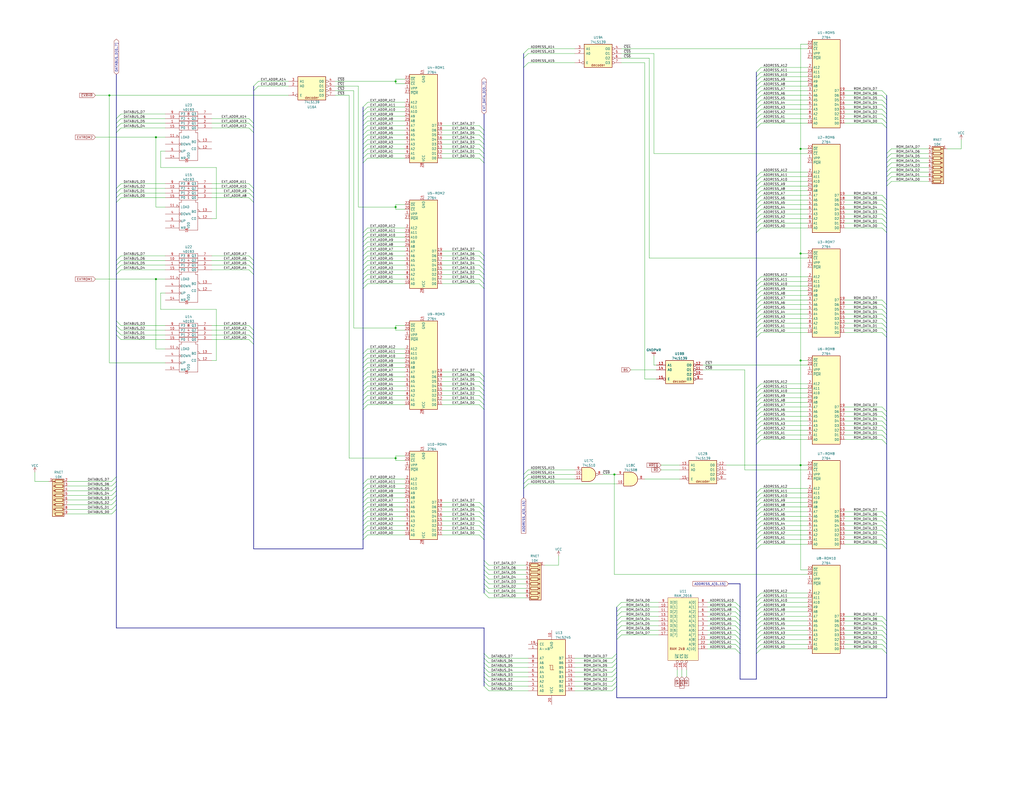
<source format=kicad_sch>
(kicad_sch (version 20230121) (generator eeschema)
  (paper "C")
  (title_block (title "TAITO SYSTEM SJ") (company "ANTON GALE") (comment 3 "4 BOARD SYSTEM") (comment 4 "ROM BOARD"))
  (junction (at 436.88 138.43))
  (junction (at 85.09 74.93))
  (junction (at 335.28 259.08))
  (junction (at 215.9 44.45))
  (junction (at 85.09 152.4))
  (junction (at 436.88 254))
  (junction (at 436.88 81.28))
  (junction (at 215.9 179.07))
  (junction (at 59.69 52.07))
  (junction (at 215.9 250.19))
  (junction (at 215.9 113.03))
  (junction (at 436.88 196.85))
  (bus_entry (at 481.33 173.99) (size 2.54 2.54))
  (bus_entry (at 415.29 346.71) (size -2.54 2.54))
  (bus_entry (at 200.66 78.74) (size -2.54 2.54))
  (bus_entry (at 200.66 71.12) (size -2.54 2.54))
  (bus_entry (at 415.29 158.75) (size -2.54 2.54))
  (bus_entry (at 415.29 271.78) (size -2.54 2.54))
  (bus_entry (at 261.62 215.9) (size 2.54 2.54))
  (bus_entry (at 334.01 377.19) (size 2.54 -2.54))
  (bus_entry (at 261.62 68.58) (size 2.54 2.54))
  (bus_entry (at 66.04 180.34) (size -2.54 -2.54))
  (bus_entry (at 481.33 234.95) (size 2.54 2.54))
  (bus_entry (at 200.66 147.32) (size -2.54 2.54))
  (bus_entry (at 266.7 361.95) (size -2.54 -2.54))
  (bus_entry (at 135.89 107.95) (size 2.54 2.54))
  (bus_entry (at 481.33 59.69) (size 2.54 2.54))
  (bus_entry (at 200.66 132.08) (size -2.54 2.54))
  (bus_entry (at 481.33 237.49) (size 2.54 2.54))
  (bus_entry (at 200.66 287.02) (size -2.54 2.54))
  (bus_entry (at 135.89 180.34) (size 2.54 2.54))
  (bus_entry (at 288.29 26.67) (size -2.54 2.54))
  (bus_entry (at 481.33 62.23) (size 2.54 2.54))
  (bus_entry (at 200.66 264.16) (size -2.54 2.54))
  (bus_entry (at 288.29 29.21) (size -2.54 2.54))
  (bus_entry (at 415.29 161.29) (size -2.54 2.54))
  (bus_entry (at 415.29 99.06) (size -2.54 2.54))
  (bus_entry (at 415.29 124.46) (size -2.54 2.54))
  (bus_entry (at 481.33 64.77) (size 2.54 2.54))
  (bus_entry (at 200.66 208.28) (size -2.54 2.54))
  (bus_entry (at 200.66 274.32) (size -2.54 2.54))
  (bus_entry (at 261.62 149.86) (size 2.54 2.54))
  (bus_entry (at 481.33 109.22) (size 2.54 2.54))
  (bus_entry (at 339.09 341.63) (size -2.54 2.54))
  (bus_entry (at 60.96 270.51) (size 2.54 -2.54))
  (bus_entry (at 415.29 232.41) (size -2.54 2.54))
  (bus_entry (at 66.04 142.24) (size -2.54 2.54))
  (bus_entry (at 415.29 151.13) (size -2.54 2.54))
  (bus_entry (at 66.04 102.87) (size -2.54 2.54))
  (bus_entry (at 266.7 326.39) (size -2.54 -2.54))
  (bus_entry (at 401.32 341.63) (size 2.54 2.54))
  (bus_entry (at 261.62 210.82) (size 2.54 2.54))
  (bus_entry (at 66.04 67.31) (size -2.54 2.54))
  (bus_entry (at 200.66 86.36) (size -2.54 2.54))
  (bus_entry (at 261.62 71.12) (size 2.54 2.54))
  (bus_entry (at 415.29 114.3) (size -2.54 2.54))
  (bus_entry (at 288.29 34.29) (size -2.54 2.54))
  (bus_entry (at 415.29 156.21) (size -2.54 2.54))
  (bus_entry (at 66.04 147.32) (size -2.54 2.54))
  (bus_entry (at 135.89 105.41) (size 2.54 2.54))
  (bus_entry (at 415.29 284.48) (size -2.54 2.54))
  (bus_entry (at 415.29 44.45) (size -2.54 2.54))
  (bus_entry (at 200.66 81.28) (size -2.54 2.54))
  (bus_entry (at 415.29 49.53) (size -2.54 2.54))
  (bus_entry (at 60.96 262.89) (size 2.54 -2.54))
  (bus_entry (at 481.33 116.84) (size 2.54 2.54))
  (bus_entry (at 261.62 147.32) (size 2.54 2.54))
  (bus_entry (at 415.29 336.55) (size -2.54 2.54))
  (bus_entry (at 135.89 100.33) (size 2.54 2.54))
  (bus_entry (at 415.29 212.09) (size -2.54 2.54))
  (bus_entry (at 481.33 49.53) (size 2.54 2.54))
  (bus_entry (at 261.62 144.78) (size 2.54 2.54))
  (bus_entry (at 415.29 240.03) (size -2.54 2.54))
  (bus_entry (at 261.62 276.86) (size 2.54 2.54))
  (bus_entry (at 415.29 52.07) (size -2.54 2.54))
  (bus_entry (at 200.66 266.7) (size -2.54 2.54))
  (bus_entry (at 339.09 336.55) (size -2.54 2.54))
  (bus_entry (at 200.66 152.4) (size -2.54 2.54))
  (bus_entry (at 415.29 168.91) (size -2.54 2.54))
  (bus_entry (at 415.29 101.6) (size -2.54 2.54))
  (bus_entry (at 288.29 264.16) (size -2.54 2.54))
  (bus_entry (at 60.96 267.97) (size 2.54 -2.54))
  (bus_entry (at 415.29 351.79) (size -2.54 2.54))
  (bus_entry (at 334.01 367.03) (size 2.54 -2.54))
  (bus_entry (at 135.89 147.32) (size 2.54 2.54))
  (bus_entry (at 200.66 289.56) (size -2.54 2.54))
  (bus_entry (at 486.41 99.06) (size -2.54 2.54))
  (bus_entry (at 60.96 275.59) (size 2.54 -2.54))
  (bus_entry (at 481.33 281.94) (size 2.54 2.54))
  (bus_entry (at 401.32 331.47) (size 2.54 2.54))
  (bus_entry (at 415.29 153.67) (size -2.54 2.54))
  (bus_entry (at 481.33 111.76) (size 2.54 2.54))
  (bus_entry (at 288.29 259.08) (size -2.54 2.54))
  (bus_entry (at 486.41 96.52) (size -2.54 2.54))
  (bus_entry (at 60.96 265.43) (size 2.54 -2.54))
  (bus_entry (at 135.89 144.78) (size 2.54 2.54))
  (bus_entry (at 481.33 297.18) (size 2.54 2.54))
  (bus_entry (at 200.66 195.58) (size -2.54 2.54))
  (bus_entry (at 261.62 154.94) (size 2.54 2.54))
  (bus_entry (at 481.33 67.31) (size 2.54 2.54))
  (bus_entry (at 415.29 274.32) (size -2.54 2.54))
  (bus_entry (at 481.33 336.55) (size 2.54 2.54))
  (bus_entry (at 401.32 334.01) (size 2.54 2.54))
  (bus_entry (at 415.29 179.07) (size -2.54 2.54))
  (bus_entry (at 481.33 292.1) (size 2.54 2.54))
  (bus_entry (at 481.33 163.83) (size 2.54 2.54))
  (bus_entry (at 261.62 284.48) (size 2.54 2.54))
  (bus_entry (at 200.66 68.58) (size -2.54 2.54))
  (bus_entry (at 261.62 279.4) (size 2.54 2.54))
  (bus_entry (at 66.04 177.8) (size -2.54 -2.54))
  (bus_entry (at 481.33 121.92) (size 2.54 2.54))
  (bus_entry (at 266.7 369.57) (size -2.54 -2.54))
  (bus_entry (at 481.33 354.33) (size 2.54 2.54))
  (bus_entry (at 140.97 46.99) (size -2.54 2.54))
  (bus_entry (at 200.66 73.66) (size -2.54 2.54))
  (bus_entry (at 200.66 271.78) (size -2.54 2.54))
  (bus_entry (at 200.66 144.78) (size -2.54 2.54))
  (bus_entry (at 135.89 67.31) (size 2.54 2.54))
  (bus_entry (at 415.29 116.84) (size -2.54 2.54))
  (bus_entry (at 401.32 354.33) (size 2.54 2.54))
  (bus_entry (at 486.41 93.98) (size -2.54 2.54))
  (bus_entry (at 200.66 58.42) (size -2.54 2.54))
  (bus_entry (at 415.29 109.22) (size -2.54 2.54))
  (bus_entry (at 200.66 137.16) (size -2.54 2.54))
  (bus_entry (at 415.29 46.99) (size -2.54 2.54))
  (bus_entry (at 266.7 318.77) (size -2.54 -2.54))
  (bus_entry (at 481.33 344.17) (size 2.54 2.54))
  (bus_entry (at 415.29 341.63) (size -2.54 2.54))
  (bus_entry (at 415.29 266.7) (size -2.54 2.54))
  (bus_entry (at 415.29 111.76) (size -2.54 2.54))
  (bus_entry (at 66.04 105.41) (size -2.54 2.54))
  (bus_entry (at 481.33 119.38) (size 2.54 2.54))
  (bus_entry (at 135.89 182.88) (size 2.54 2.54))
  (bus_entry (at 66.04 64.77) (size -2.54 2.54))
  (bus_entry (at 415.29 104.14) (size -2.54 2.54))
  (bus_entry (at 481.33 349.25) (size 2.54 2.54))
  (bus_entry (at 60.96 278.13) (size 2.54 -2.54))
  (bus_entry (at 481.33 52.07) (size 2.54 2.54))
  (bus_entry (at 266.7 372.11) (size -2.54 -2.54))
  (bus_entry (at 60.96 273.05) (size 2.54 -2.54))
  (bus_entry (at 200.66 284.48) (size -2.54 2.54))
  (bus_entry (at 415.29 326.39) (size -2.54 2.54))
  (bus_entry (at 200.66 276.86) (size -2.54 2.54))
  (bus_entry (at 415.29 323.85) (size -2.54 2.54))
  (bus_entry (at 415.29 173.99) (size -2.54 2.54))
  (bus_entry (at 200.66 129.54) (size -2.54 2.54))
  (bus_entry (at 339.09 339.09) (size -2.54 2.54))
  (bus_entry (at 486.41 83.82) (size -2.54 2.54))
  (bus_entry (at 261.62 81.28) (size 2.54 2.54))
  (bus_entry (at 481.33 287.02) (size 2.54 2.54))
  (bus_entry (at 339.09 344.17) (size -2.54 2.54))
  (bus_entry (at 266.7 308.61) (size -2.54 -2.54))
  (bus_entry (at 140.97 44.45) (size -2.54 2.54))
  (bus_entry (at 481.33 289.56) (size 2.54 2.54))
  (bus_entry (at 200.66 127) (size -2.54 2.54))
  (bus_entry (at 135.89 64.77) (size 2.54 2.54))
  (bus_entry (at 415.29 219.71) (size -2.54 2.54))
  (bus_entry (at 481.33 229.87) (size 2.54 2.54))
  (bus_entry (at 481.33 222.25) (size 2.54 2.54))
  (bus_entry (at 261.62 289.56) (size 2.54 2.54))
  (bus_entry (at 288.29 256.54) (size -2.54 2.54))
  (bus_entry (at 481.33 284.48) (size 2.54 2.54))
  (bus_entry (at 200.66 220.98) (size -2.54 2.54))
  (bus_entry (at 288.29 261.62) (size -2.54 2.54))
  (bus_entry (at 486.41 81.28) (size -2.54 2.54))
  (bus_entry (at 415.29 163.83) (size -2.54 2.54))
  (bus_entry (at 135.89 177.8) (size 2.54 2.54))
  (bus_entry (at 334.01 359.41) (size 2.54 -2.54))
  (bus_entry (at 415.29 36.83) (size -2.54 2.54))
  (bus_entry (at 200.66 279.4) (size -2.54 2.54))
  (bus_entry (at 200.66 198.12) (size -2.54 2.54))
  (bus_entry (at 415.29 229.87) (size -2.54 2.54))
  (bus_entry (at 200.66 205.74) (size -2.54 2.54))
  (bus_entry (at 200.66 281.94) (size -2.54 2.54))
  (bus_entry (at 200.66 66.04) (size -2.54 2.54))
  (bus_entry (at 200.66 154.94) (size -2.54 2.54))
  (bus_entry (at 200.66 210.82) (size -2.54 2.54))
  (bus_entry (at 401.32 336.55) (size 2.54 2.54))
  (bus_entry (at 415.29 287.02) (size -2.54 2.54))
  (bus_entry (at 415.29 331.47) (size -2.54 2.54))
  (bus_entry (at 334.01 372.11) (size 2.54 -2.54))
  (bus_entry (at 415.29 349.25) (size -2.54 2.54))
  (bus_entry (at 415.29 217.17) (size -2.54 2.54))
  (bus_entry (at 261.62 76.2) (size 2.54 2.54))
  (bus_entry (at 66.04 185.42) (size -2.54 -2.54))
  (bus_entry (at 415.29 176.53) (size -2.54 2.54))
  (bus_entry (at 481.33 57.15) (size 2.54 2.54))
  (bus_entry (at 261.62 203.2) (size 2.54 2.54))
  (bus_entry (at 261.62 73.66) (size 2.54 2.54))
  (bus_entry (at 266.7 321.31) (size -2.54 -2.54))
  (bus_entry (at 200.66 124.46) (size -2.54 2.54))
  (bus_entry (at 481.33 240.03) (size 2.54 2.54))
  (bus_entry (at 415.29 67.31) (size -2.54 2.54))
  (bus_entry (at 339.09 334.01) (size -2.54 2.54))
  (bus_entry (at 481.33 279.4) (size 2.54 2.54))
  (bus_entry (at 401.32 339.09) (size 2.54 2.54))
  (bus_entry (at 339.09 328.93) (size -2.54 2.54))
  (bus_entry (at 200.66 83.82) (size -2.54 2.54))
  (bus_entry (at 200.66 218.44) (size -2.54 2.54))
  (bus_entry (at 261.62 220.98) (size 2.54 2.54))
  (bus_entry (at 200.66 76.2) (size -2.54 2.54))
  (bus_entry (at 481.33 114.3) (size 2.54 2.54))
  (bus_entry (at 415.29 328.93) (size -2.54 2.54))
  (bus_entry (at 415.29 224.79) (size -2.54 2.54))
  (bus_entry (at 481.33 351.79) (size 2.54 2.54))
  (bus_entry (at 415.29 227.33) (size -2.54 2.54))
  (bus_entry (at 334.01 364.49) (size 2.54 -2.54))
  (bus_entry (at 401.32 344.17) (size 2.54 2.54))
  (bus_entry (at 266.7 359.41) (size -2.54 -2.54))
  (bus_entry (at 401.32 349.25) (size 2.54 2.54))
  (bus_entry (at 415.29 237.49) (size -2.54 2.54))
  (bus_entry (at 261.62 213.36) (size 2.54 2.54))
  (bus_entry (at 415.29 297.18) (size -2.54 2.54))
  (bus_entry (at 200.66 215.9) (size -2.54 2.54))
  (bus_entry (at 415.29 181.61) (size -2.54 2.54))
  (bus_entry (at 266.7 316.23) (size -2.54 -2.54))
  (bus_entry (at 261.62 142.24) (size 2.54 2.54))
  (bus_entry (at 200.66 190.5) (size -2.54 2.54))
  (bus_entry (at 481.33 166.37) (size 2.54 2.54))
  (bus_entry (at 261.62 287.02) (size 2.54 2.54))
  (bus_entry (at 415.29 222.25) (size -2.54 2.54))
  (bus_entry (at 415.29 281.94) (size -2.54 2.54))
  (bus_entry (at 266.7 367.03) (size -2.54 -2.54))
  (bus_entry (at 415.29 344.17) (size -2.54 2.54))
  (bus_entry (at 135.89 142.24) (size 2.54 2.54))
  (bus_entry (at 200.66 269.24) (size -2.54 2.54))
  (bus_entry (at 415.29 334.01) (size -2.54 2.54))
  (bus_entry (at 481.33 179.07) (size 2.54 2.54))
  (bus_entry (at 486.41 88.9) (size -2.54 2.54))
  (bus_entry (at 481.33 227.33) (size 2.54 2.54))
  (bus_entry (at 266.7 364.49) (size -2.54 -2.54))
  (bus_entry (at 415.29 166.37) (size -2.54 2.54))
  (bus_entry (at 481.33 54.61) (size 2.54 2.54))
  (bus_entry (at 200.66 142.24) (size -2.54 2.54))
  (bus_entry (at 415.29 269.24) (size -2.54 2.54))
  (bus_entry (at 200.66 134.62) (size -2.54 2.54))
  (bus_entry (at 135.89 185.42) (size 2.54 2.54))
  (bus_entry (at 261.62 152.4) (size 2.54 2.54))
  (bus_entry (at 481.33 339.09) (size 2.54 2.54))
  (bus_entry (at 200.66 63.5) (size -2.54 2.54))
  (bus_entry (at 200.66 200.66) (size -2.54 2.54))
  (bus_entry (at 266.7 323.85) (size -2.54 -2.54))
  (bus_entry (at 486.41 86.36) (size -2.54 2.54))
  (bus_entry (at 200.66 193.04) (size -2.54 2.54))
  (bus_entry (at 261.62 281.94) (size 2.54 2.54))
  (bus_entry (at 481.33 341.63) (size 2.54 2.54))
  (bus_entry (at 415.29 54.61) (size -2.54 2.54))
  (bus_entry (at 401.32 351.79) (size 2.54 2.54))
  (bus_entry (at 66.04 182.88) (size -2.54 -2.54))
  (bus_entry (at 200.66 261.62) (size -2.54 2.54))
  (bus_entry (at 415.29 93.98) (size -2.54 2.54))
  (bus_entry (at 334.01 374.65) (size 2.54 -2.54))
  (bus_entry (at 60.96 280.67) (size 2.54 -2.54))
  (bus_entry (at 481.33 176.53) (size 2.54 2.54))
  (bus_entry (at 415.29 339.09) (size -2.54 2.54))
  (bus_entry (at 135.89 102.87) (size 2.54 2.54))
  (bus_entry (at 415.29 289.56) (size -2.54 2.54))
  (bus_entry (at 339.09 346.71) (size -2.54 2.54))
  (bus_entry (at 66.04 100.33) (size -2.54 2.54))
  (bus_entry (at 266.7 313.69) (size -2.54 -2.54))
  (bus_entry (at 415.29 62.23) (size -2.54 2.54))
  (bus_entry (at 266.7 377.19) (size -2.54 -2.54))
  (bus_entry (at 261.62 83.82) (size 2.54 2.54))
  (bus_entry (at 261.62 208.28) (size 2.54 2.54))
  (bus_entry (at 261.62 292.1) (size 2.54 2.54))
  (bus_entry (at 200.66 60.96) (size -2.54 2.54))
  (bus_entry (at 481.33 171.45) (size 2.54 2.54))
  (bus_entry (at 415.29 96.52) (size -2.54 2.54))
  (bus_entry (at 200.66 292.1) (size -2.54 2.54))
  (bus_entry (at 415.29 57.15) (size -2.54 2.54))
  (bus_entry (at 415.29 209.55) (size -2.54 2.54))
  (bus_entry (at 486.41 91.44) (size -2.54 2.54))
  (bus_entry (at 66.04 139.7) (size -2.54 2.54))
  (bus_entry (at 200.66 203.2) (size -2.54 2.54))
  (bus_entry (at 261.62 274.32) (size 2.54 2.54))
  (bus_entry (at 481.33 106.68) (size 2.54 2.54))
  (bus_entry (at 135.89 69.85) (size 2.54 2.54))
  (bus_entry (at 415.29 119.38) (size -2.54 2.54))
  (bus_entry (at 481.33 294.64) (size 2.54 2.54))
  (bus_entry (at 261.62 139.7) (size 2.54 2.54))
  (bus_entry (at 200.66 139.7) (size -2.54 2.54))
  (bus_entry (at 66.04 107.95) (size -2.54 2.54))
  (bus_entry (at 415.29 39.37) (size -2.54 2.54))
  (bus_entry (at 200.66 149.86) (size -2.54 2.54))
  (bus_entry (at 415.29 171.45) (size -2.54 2.54))
  (bus_entry (at 334.01 361.95) (size 2.54 -2.54))
  (bus_entry (at 415.29 106.68) (size -2.54 2.54))
  (bus_entry (at 261.62 218.44) (size 2.54 2.54))
  (bus_entry (at 415.29 294.64) (size -2.54 2.54))
  (bus_entry (at 66.04 144.78) (size -2.54 2.54))
  (bus_entry (at 481.33 232.41) (size 2.54 2.54))
  (bus_entry (at 481.33 346.71) (size 2.54 2.54))
  (bus_entry (at 481.33 181.61) (size 2.54 2.54))
  (bus_entry (at 200.66 213.36) (size -2.54 2.54))
  (bus_entry (at 401.32 346.71) (size 2.54 2.54))
  (bus_entry (at 415.29 214.63) (size -2.54 2.54))
  (bus_entry (at 66.04 62.23) (size -2.54 2.54))
  (bus_entry (at 266.7 374.65) (size -2.54 -2.54))
  (bus_entry (at 261.62 205.74) (size 2.54 2.54))
  (bus_entry (at 401.32 328.93) (size 2.54 2.54))
  (bus_entry (at 415.29 41.91) (size -2.54 2.54))
  (bus_entry (at 415.29 276.86) (size -2.54 2.54))
  (bus_entry (at 200.66 55.88) (size -2.54 2.54))
  (bus_entry (at 481.33 124.46) (size 2.54 2.54))
  (bus_entry (at 415.29 59.69) (size -2.54 2.54))
  (bus_entry (at 266.7 311.15) (size -2.54 -2.54))
  (bus_entry (at 415.29 64.77) (size -2.54 2.54))
  (bus_entry (at 339.09 331.47) (size -2.54 2.54))
  (bus_entry (at 481.33 168.91) (size 2.54 2.54))
  (bus_entry (at 415.29 121.92) (size -2.54 2.54))
  (bus_entry (at 481.33 224.79) (size 2.54 2.54))
  (bus_entry (at 261.62 86.36) (size 2.54 2.54))
  (bus_entry (at 415.29 292.1) (size -2.54 2.54))
  (bus_entry (at 261.62 137.16) (size 2.54 2.54))
  (bus_entry (at 415.29 279.4) (size -2.54 2.54))
  (bus_entry (at 261.62 78.74) (size 2.54 2.54))
  (bus_entry (at 334.01 369.57) (size 2.54 -2.54))
  (bus_entry (at 415.29 234.95) (size -2.54 2.54))
  (bus_entry (at 66.04 69.85) (size -2.54 2.54))
  (bus_entry (at 135.89 139.7) (size 2.54 2.54))
  (bus_entry (at 415.29 354.33) (size -2.54 2.54))
  (wire (pts (xy 261.62 71.12) (xy 241.3 71.12)))
  (bus (pts (xy 412.75 341.63) (xy 412.75 344.17)))
  (wire (pts (xy 261.62 154.94) (xy 241.3 154.94)))
  (wire (pts (xy 415.29 49.53) (xy 440.69 49.53)))
  (bus (pts (xy 412.75 349.25) (xy 412.75 351.79)))
  (wire (pts (xy 481.33 176.53) (xy 461.01 176.53)))
  (wire (pts (xy 415.29 331.47) (xy 440.69 331.47)))
  (bus (pts (xy 198.12 220.98) (xy 198.12 223.52)))
  (wire (pts (xy 200.66 266.7) (xy 220.98 266.7)))
  (wire (pts (xy 200.66 132.08) (xy 220.98 132.08)))
  (wire (pts (xy 66.04 67.31) (xy 90.17 67.31)))
  (bus (pts (xy 264.16 73.66) (xy 264.16 76.2)))
  (wire (pts (xy 261.62 139.7) (xy 241.3 139.7)))
  (wire (pts (xy 60.96 265.43) (xy 36.83 265.43)))
  (wire (pts (xy 66.04 185.42) (xy 90.17 185.42)))
  (bus (pts (xy 198.12 86.36) (xy 198.12 88.9)))
  (wire (pts (xy 261.62 213.36) (xy 241.3 213.36)))
  (wire (pts (xy 200.66 190.5) (xy 220.98 190.5)))
  (wire (pts (xy 436.88 196.85) (xy 436.88 138.43)))
  (wire (pts (xy 486.41 99.06) (xy 506.73 99.06)))
  (bus (pts (xy 412.75 168.91) (xy 412.75 171.45)))
  (wire (pts (xy 481.33 54.61) (xy 461.01 54.61)))
  (wire (pts (xy 190.5 52.07) (xy 190.5 250.19)))
  (bus (pts (xy 397.51 318.77) (xy 403.86 318.77)))
  (wire (pts (xy 415.29 224.79) (xy 440.69 224.79)))
  (bus (pts (xy 198.12 58.42) (xy 198.12 60.96)))
  (wire (pts (xy 481.33 354.33) (xy 461.01 354.33)))
  (wire (pts (xy 401.32 349.25) (xy 386.08 349.25)))
  (bus (pts (xy 483.87 99.06) (xy 483.87 101.6)))
  (bus (pts (xy 403.86 336.55) (xy 403.86 339.09)))
  (bus (pts (xy 412.75 114.3) (xy 412.75 116.84)))
  (wire (pts (xy 200.66 208.28) (xy 220.98 208.28)))
  (wire (pts (xy 215.9 43.18) (xy 220.98 43.18)))
  (wire (pts (xy 66.04 147.32) (xy 90.17 147.32)))
  (wire (pts (xy 415.29 59.69) (xy 440.69 59.69)))
  (wire (pts (xy 415.29 168.91) (xy 440.69 168.91)))
  (bus (pts (xy 403.86 354.33) (xy 403.86 356.87)))
  (wire (pts (xy 436.88 81.28) (xy 436.88 24.13)))
  (wire (pts (xy 401.32 331.47) (xy 386.08 331.47)))
  (wire (pts (xy 481.33 49.53) (xy 461.01 49.53)))
  (wire (pts (xy 266.7 364.49) (xy 288.29 364.49)))
  (bus (pts (xy 264.16 321.31) (xy 264.16 318.77)))
  (bus (pts (xy 336.55 334.01) (xy 336.55 336.55)))
  (wire (pts (xy 481.33 339.09) (xy 461.01 339.09)))
  (bus (pts (xy 483.87 93.98) (xy 483.87 96.52)))
  (bus (pts (xy 198.12 139.7) (xy 198.12 142.24)))
  (wire (pts (xy 215.9 44.45) (xy 215.9 43.18)))
  (bus (pts (xy 198.12 88.9) (xy 198.12 127)))
  (wire (pts (xy 481.33 173.99) (xy 461.01 173.99)))
  (wire (pts (xy 335.28 313.69) (xy 335.28 259.08)))
  (bus (pts (xy 483.87 229.87) (xy 483.87 232.41)))
  (bus (pts (xy 264.16 208.28) (xy 264.16 210.82)))
  (bus (pts (xy 483.87 184.15) (xy 483.87 224.79)))
  (bus (pts (xy 198.12 71.12) (xy 198.12 73.66)))
  (wire (pts (xy 415.29 52.07) (xy 440.69 52.07)))
  (bus (pts (xy 198.12 269.24) (xy 198.12 271.78)))
  (bus (pts (xy 403.86 349.25) (xy 403.86 351.79)))
  (bus (pts (xy 412.75 229.87) (xy 412.75 232.41)))
  (wire (pts (xy 436.88 254) (xy 440.69 254)))
  (wire (pts (xy 481.33 336.55) (xy 461.01 336.55)))
  (wire (pts (xy 486.41 91.44) (xy 506.73 91.44)))
  (wire (pts (xy 261.62 281.94) (xy 241.3 281.94)))
  (wire (pts (xy 200.66 264.16) (xy 220.98 264.16)))
  (bus (pts (xy 483.87 119.38) (xy 483.87 121.92)))
  (wire (pts (xy 200.66 142.24) (xy 220.98 142.24)))
  (wire (pts (xy 59.69 52.07) (xy 157.48 52.07)))
  (wire (pts (xy 415.29 326.39) (xy 440.69 326.39)))
  (bus (pts (xy 63.5 105.41) (xy 63.5 107.95)))
  (wire (pts (xy 415.29 93.98) (xy 440.69 93.98)))
  (bus (pts (xy 264.16 364.49) (xy 264.16 361.95)))
  (bus (pts (xy 63.5 177.8) (xy 63.5 175.26)))
  (wire (pts (xy 200.66 137.16) (xy 220.98 137.16)))
  (bus (pts (xy 403.86 356.87) (xy 403.86 370.84)))
  (bus (pts (xy 264.16 284.48) (xy 264.16 287.02)))
  (bus (pts (xy 483.87 354.33) (xy 483.87 356.87)))
  (bus (pts (xy 412.75 156.21) (xy 412.75 158.75)))
  (wire (pts (xy 415.29 176.53) (xy 440.69 176.53)))
  (bus (pts (xy 198.12 292.1) (xy 198.12 294.64)))
  (wire (pts (xy 266.7 369.57) (xy 288.29 369.57)))
  (wire (pts (xy 481.33 224.79) (xy 461.01 224.79)))
  (wire (pts (xy 481.33 232.41) (xy 461.01 232.41)))
  (wire (pts (xy 66.04 182.88) (xy 90.17 182.88)))
  (bus (pts (xy 483.87 349.25) (xy 483.87 351.79)))
  (wire (pts (xy 200.66 154.94) (xy 220.98 154.94)))
  (bus (pts (xy 264.16 289.56) (xy 264.16 292.1)))
  (bus (pts (xy 138.43 102.87) (xy 138.43 105.41)))
  (wire (pts (xy 401.32 336.55) (xy 386.08 336.55)))
  (bus (pts (xy 483.87 240.03) (xy 483.87 242.57)))
  (wire (pts (xy 415.29 57.15) (xy 440.69 57.15)))
  (wire (pts (xy 344.17 201.93) (xy 358.14 201.93)))
  (wire (pts (xy 135.89 69.85) (xy 115.57 69.85)))
  (wire (pts (xy 266.7 313.69) (xy 287.02 313.69)))
  (bus (pts (xy 336.55 367.03) (xy 336.55 369.57)))
  (bus (pts (xy 483.87 88.9) (xy 483.87 91.44)))
  (bus (pts (xy 63.5 262.89) (xy 63.5 265.43)))
  (wire (pts (xy 406.4 201.93) (xy 406.4 256.54)))
  (wire (pts (xy 354.33 31.75) (xy 354.33 140.97)))
  (wire (pts (xy 200.66 86.36) (xy 220.98 86.36)))
  (bus (pts (xy 138.43 49.53) (xy 138.43 67.31)))
  (bus (pts (xy 412.75 163.83) (xy 412.75 166.37)))
  (wire (pts (xy 339.09 34.29) (xy 351.79 34.29)))
  (bus (pts (xy 412.75 176.53) (xy 412.75 179.07)))
  (wire (pts (xy 193.04 179.07) (xy 215.9 179.07)))
  (wire (pts (xy 66.04 102.87) (xy 90.17 102.87)))
  (bus (pts (xy 412.75 96.52) (xy 412.75 99.06)))
  (bus (pts (xy 264.16 323.85) (xy 264.16 321.31)))
  (bus (pts (xy 63.5 149.86) (xy 63.5 175.26)))
  (wire (pts (xy 215.9 111.76) (xy 215.9 113.03)))
  (bus (pts (xy 264.16 318.77) (xy 264.16 316.23)))
  (bus (pts (xy 264.16 78.74) (xy 264.16 81.28)))
  (bus (pts (xy 63.5 275.59) (xy 63.5 278.13)))
  (wire (pts (xy 415.29 234.95) (xy 440.69 234.95)))
  (bus (pts (xy 264.16 81.28) (xy 264.16 83.82)))
  (bus (pts (xy 198.12 279.4) (xy 198.12 281.94)))
  (bus (pts (xy 285.75 261.62) (xy 285.75 259.08)))
  (bus (pts (xy 198.12 132.08) (xy 198.12 134.62)))
  (wire (pts (xy 200.66 218.44) (xy 220.98 218.44)))
  (wire (pts (xy 261.62 83.82) (xy 241.3 83.82)))
  (bus (pts (xy 412.75 62.23) (xy 412.75 64.77)))
  (bus (pts (xy 483.87 292.1) (xy 483.87 294.64)))
  (wire (pts (xy 481.33 57.15) (xy 461.01 57.15)))
  (wire (pts (xy 481.33 181.61) (xy 461.01 181.61)))
  (bus (pts (xy 63.5 142.24) (xy 63.5 144.78)))
  (wire (pts (xy 19.05 262.89) (xy 19.05 257.81)))
  (wire (pts (xy 481.33 227.33) (xy 461.01 227.33)))
  (wire (pts (xy 415.29 279.4) (xy 440.69 279.4)))
  (wire (pts (xy 261.62 152.4) (xy 241.3 152.4)))
  (bus (pts (xy 412.75 109.22) (xy 412.75 111.76)))
  (wire (pts (xy 415.29 44.45) (xy 440.69 44.45)))
  (bus (pts (xy 483.87 64.77) (xy 483.87 67.31)))
  (wire (pts (xy 200.66 195.58) (xy 220.98 195.58)))
  (bus (pts (xy 412.75 173.99) (xy 412.75 176.53)))
  (bus (pts (xy 412.75 297.18) (xy 412.75 299.72)))
  (wire (pts (xy 415.29 173.99) (xy 440.69 173.99)))
  (bus (pts (xy 264.16 374.65) (xy 264.16 372.11)))
  (wire (pts (xy 401.32 344.17) (xy 386.08 344.17)))
  (wire (pts (xy 358.14 207.01) (xy 351.79 207.01)))
  (wire (pts (xy 401.32 341.63) (xy 386.08 341.63)))
  (wire (pts (xy 200.66 134.62) (xy 220.98 134.62)))
  (bus (pts (xy 412.75 214.63) (xy 412.75 217.17)))
  (wire (pts (xy 200.66 284.48) (xy 220.98 284.48)))
  (wire (pts (xy 440.69 313.69) (xy 335.28 313.69)))
  (bus (pts (xy 63.5 69.85) (xy 63.5 72.39)))
  (bus (pts (xy 412.75 346.71) (xy 412.75 349.25)))
  (wire (pts (xy 135.89 147.32) (xy 115.57 147.32)))
  (bus (pts (xy 138.43 69.85) (xy 138.43 72.39)))
  (bus (pts (xy 198.12 78.74) (xy 198.12 81.28)))
  (wire (pts (xy 360.68 254) (xy 370.84 254)))
  (bus (pts (xy 412.75 41.91) (xy 412.75 44.45)))
  (bus (pts (xy 483.87 114.3) (xy 483.87 116.84)))
  (wire (pts (xy 288.29 259.08) (xy 313.69 259.08)))
  (bus (pts (xy 198.12 73.66) (xy 198.12 76.2)))
  (bus (pts (xy 483.87 339.09) (xy 483.87 341.63)))
  (bus (pts (xy 63.5 102.87) (xy 63.5 105.41)))
  (bus (pts (xy 483.87 242.57) (xy 483.87 281.94)))
  (bus (pts (xy 138.43 110.49) (xy 138.43 142.24)))
  (wire (pts (xy 415.29 217.17) (xy 440.69 217.17)))
  (wire (pts (xy 266.7 367.03) (xy 288.29 367.03)))
  (wire (pts (xy 182.88 49.53) (xy 193.04 49.53)))
  (bus (pts (xy 412.75 279.4) (xy 412.75 281.94)))
  (bus (pts (xy 412.75 161.29) (xy 412.75 163.83)))
  (wire (pts (xy 297.18 308.61) (xy 304.8 308.61)))
  (bus (pts (xy 63.5 270.51) (xy 63.5 273.05)))
  (wire (pts (xy 415.29 124.46) (xy 440.69 124.46)))
  (wire (pts (xy 261.62 144.78) (xy 241.3 144.78)))
  (wire (pts (xy 406.4 256.54) (xy 440.69 256.54)))
  (wire (pts (xy 396.24 254) (xy 436.88 254)))
  (bus (pts (xy 412.75 289.56) (xy 412.75 292.1)))
  (wire (pts (xy 90.17 190.5) (xy 85.09 190.5)))
  (bus (pts (xy 483.87 181.61) (xy 483.87 184.15)))
  (wire (pts (xy 261.62 81.28) (xy 241.3 81.28)))
  (bus (pts (xy 412.75 59.69) (xy 412.75 62.23)))
  (bus (pts (xy 198.12 208.28) (xy 198.12 210.82)))
  (wire (pts (xy 85.09 74.93) (xy 85.09 113.03)))
  (bus (pts (xy 412.75 354.33) (xy 412.75 356.87)))
  (bus (pts (xy 412.75 331.47) (xy 412.75 334.01)))
  (wire (pts (xy 220.98 45.72) (xy 215.9 45.72)))
  (bus (pts (xy 483.87 168.91) (xy 483.87 171.45)))
  (bus (pts (xy 264.16 154.94) (xy 264.16 157.48)))
  (bus (pts (xy 264.16 157.48) (xy 264.16 205.74)))
  (bus (pts (xy 412.75 64.77) (xy 412.75 67.31)))
  (wire (pts (xy 200.66 127) (xy 220.98 127)))
  (bus (pts (xy 412.75 294.64) (xy 412.75 297.18)))
  (wire (pts (xy 436.88 311.15) (xy 440.69 311.15)))
  (wire (pts (xy 524.51 81.28) (xy 524.51 76.2)))
  (bus (pts (xy 412.75 166.37) (xy 412.75 168.91)))
  (wire (pts (xy 401.32 328.93) (xy 386.08 328.93)))
  (bus (pts (xy 412.75 54.61) (xy 412.75 57.15)))
  (wire (pts (xy 118.11 119.38) (xy 115.57 119.38)))
  (wire (pts (xy 415.29 39.37) (xy 440.69 39.37)))
  (wire (pts (xy 266.7 308.61) (xy 287.02 308.61)))
  (wire (pts (xy 415.29 161.29) (xy 440.69 161.29)))
  (wire (pts (xy 85.09 152.4) (xy 85.09 190.5)))
  (wire (pts (xy 415.29 351.79) (xy 440.69 351.79)))
  (bus (pts (xy 336.55 339.09) (xy 336.55 341.63)))
  (wire (pts (xy 486.41 96.52) (xy 506.73 96.52)))
  (wire (pts (xy 356.87 199.39) (xy 356.87 194.31)))
  (wire (pts (xy 481.33 166.37) (xy 461.01 166.37)))
  (wire (pts (xy 66.04 100.33) (xy 90.17 100.33)))
  (wire (pts (xy 135.89 102.87) (xy 115.57 102.87)))
  (bus (pts (xy 264.16 313.69) (xy 264.16 311.15)))
  (bus (pts (xy 264.16 369.57) (xy 264.16 367.03)))
  (bus (pts (xy 412.75 234.95) (xy 412.75 237.49)))
  (bus (pts (xy 198.12 142.24) (xy 198.12 144.78)))
  (wire (pts (xy 481.33 168.91) (xy 461.01 168.91)))
  (bus (pts (xy 264.16 76.2) (xy 264.16 78.74)))
  (bus (pts (xy 198.12 63.5) (xy 198.12 66.04)))
  (wire (pts (xy 415.29 281.94) (xy 440.69 281.94)))
  (wire (pts (xy 200.66 276.86) (xy 220.98 276.86)))
  (bus (pts (xy 483.87 111.76) (xy 483.87 114.3)))
  (wire (pts (xy 200.66 269.24) (xy 220.98 269.24)))
  (bus (pts (xy 483.87 69.85) (xy 483.87 83.82)))
  (bus (pts (xy 198.12 147.32) (xy 198.12 149.86)))
  (bus (pts (xy 483.87 179.07) (xy 483.87 181.61)))
  (bus (pts (xy 336.55 341.63) (xy 336.55 344.17)))
  (wire (pts (xy 481.33 52.07) (xy 461.01 52.07)))
  (wire (pts (xy 415.29 62.23) (xy 440.69 62.23)))
  (bus (pts (xy 483.87 127) (xy 483.87 166.37)))
  (bus (pts (xy 483.87 52.07) (xy 483.87 54.61)))
  (bus (pts (xy 198.12 157.48) (xy 198.12 193.04)))
  (wire (pts (xy 200.66 58.42) (xy 220.98 58.42)))
  (bus (pts (xy 403.86 341.63) (xy 403.86 344.17)))
  (wire (pts (xy 261.62 210.82) (xy 241.3 210.82)))
  (bus (pts (xy 63.5 147.32) (xy 63.5 149.86)))
  (wire (pts (xy 339.09 334.01) (xy 359.41 334.01)))
  (wire (pts (xy 135.89 142.24) (xy 115.57 142.24)))
  (wire (pts (xy 415.29 339.09) (xy 440.69 339.09)))
  (bus (pts (xy 483.87 101.6) (xy 483.87 109.22)))
  (wire (pts (xy 200.66 205.74) (xy 220.98 205.74)))
  (bus (pts (xy 412.75 271.78) (xy 412.75 274.32)))
  (bus (pts (xy 412.75 158.75) (xy 412.75 161.29)))
  (wire (pts (xy 415.29 96.52) (xy 440.69 96.52)))
  (wire (pts (xy 118.11 168.91) (xy 118.11 196.85)))
  (wire (pts (xy 200.66 213.36) (xy 220.98 213.36)))
  (bus (pts (xy 138.43 105.41) (xy 138.43 107.95)))
  (bus (pts (xy 412.75 181.61) (xy 412.75 184.15)))
  (wire (pts (xy 339.09 339.09) (xy 359.41 339.09)))
  (wire (pts (xy 266.7 359.41) (xy 288.29 359.41)))
  (wire (pts (xy 195.58 113.03) (xy 215.9 113.03)))
  (wire (pts (xy 339.09 26.67) (xy 440.69 26.67)))
  (wire (pts (xy 200.66 55.88) (xy 220.98 55.88)))
  (bus (pts (xy 285.75 266.7) (xy 285.75 264.16)))
  (bus (pts (xy 198.12 266.7) (xy 198.12 269.24)))
  (bus (pts (xy 198.12 81.28) (xy 198.12 83.82)))
  (wire (pts (xy 401.32 334.01) (xy 386.08 334.01)))
  (wire (pts (xy 200.66 63.5) (xy 220.98 63.5)))
  (bus (pts (xy 403.86 331.47) (xy 403.86 334.01)))
  (bus (pts (xy 264.16 276.86) (xy 264.16 279.4)))
  (wire (pts (xy 85.09 74.93) (xy 90.17 74.93)))
  (wire (pts (xy 415.29 266.7) (xy 440.69 266.7)))
  (bus (pts (xy 63.5 273.05) (xy 63.5 275.59)))
  (bus (pts (xy 403.86 334.01) (xy 403.86 336.55)))
  (bus (pts (xy 336.55 359.41) (xy 336.55 361.95)))
  (wire (pts (xy 200.66 220.98) (xy 220.98 220.98)))
  (wire (pts (xy 215.9 111.76) (xy 220.98 111.76)))
  (wire (pts (xy 415.29 46.99) (xy 440.69 46.99)))
  (bus (pts (xy 264.16 281.94) (xy 264.16 284.48)))
  (wire (pts (xy 261.62 147.32) (xy 241.3 147.32)))
  (wire (pts (xy 415.29 284.48) (xy 440.69 284.48)))
  (wire (pts (xy 415.29 271.78) (xy 440.69 271.78)))
  (wire (pts (xy 481.33 234.95) (xy 461.01 234.95)))
  (wire (pts (xy 339.09 341.63) (xy 359.41 341.63)))
  (bus (pts (xy 264.16 71.12) (xy 264.16 62.23)))
  (bus (pts (xy 412.75 46.99) (xy 412.75 49.53)))
  (bus (pts (xy 264.16 294.64) (xy 264.16 306.07)))
  (bus (pts (xy 483.87 237.49) (xy 483.87 240.03)))
  (wire (pts (xy 266.7 321.31) (xy 287.02 321.31)))
  (wire (pts (xy 415.29 158.75) (xy 440.69 158.75)))
  (bus (pts (xy 412.75 232.41) (xy 412.75 234.95)))
  (bus (pts (xy 483.87 86.36) (xy 483.87 88.9)))
  (bus (pts (xy 412.75 326.39) (xy 412.75 328.93)))
  (wire (pts (xy 135.89 67.31) (xy 115.57 67.31)))
  (bus (pts (xy 285.75 29.21) (xy 285.75 31.75)))
  (wire (pts (xy 401.32 351.79) (xy 386.08 351.79)))
  (bus (pts (xy 412.75 222.25) (xy 412.75 224.79)))
  (bus (pts (xy 63.5 107.95) (xy 63.5 110.49)))
  (wire (pts (xy 66.04 142.24) (xy 90.17 142.24)))
  (wire (pts (xy 135.89 185.42) (xy 115.57 185.42)))
  (wire (pts (xy 415.29 104.14) (xy 440.69 104.14)))
  (wire (pts (xy 481.33 121.92) (xy 461.01 121.92)))
  (wire (pts (xy 261.62 284.48) (xy 241.3 284.48)))
  (bus (pts (xy 412.75 287.02) (xy 412.75 289.56)))
  (bus (pts (xy 412.75 356.87) (xy 412.75 370.84)))
  (bus (pts (xy 403.86 346.71) (xy 403.86 349.25)))
  (wire (pts (xy 261.62 215.9) (xy 241.3 215.9)))
  (wire (pts (xy 200.66 200.66) (xy 220.98 200.66)))
  (bus (pts (xy 412.75 99.06) (xy 412.75 101.6)))
  (bus (pts (xy 483.87 351.79) (xy 483.87 354.33)))
  (wire (pts (xy 266.7 316.23) (xy 287.02 316.23)))
  (bus (pts (xy 198.12 68.58) (xy 198.12 71.12)))
  (wire (pts (xy 401.32 354.33) (xy 386.08 354.33)))
  (wire (pts (xy 481.33 119.38) (xy 461.01 119.38)))
  (wire (pts (xy 135.89 182.88) (xy 115.57 182.88)))
  (wire (pts (xy 481.33 64.77) (xy 461.01 64.77)))
  (bus (pts (xy 412.75 281.94) (xy 412.75 284.48)))
  (wire (pts (xy 66.04 177.8) (xy 90.17 177.8)))
  (bus (pts (xy 264.16 213.36) (xy 264.16 215.9)))
  (bus (pts (xy 198.12 218.44) (xy 198.12 220.98)))
  (wire (pts (xy 436.88 254) (xy 436.88 196.85)))
  (bus (pts (xy 285.75 36.83) (xy 285.75 259.08)))
  (bus (pts (xy 336.55 372.11) (xy 336.55 374.65)))
  (wire (pts (xy 261.62 137.16) (xy 241.3 137.16)))
  (bus (pts (xy 198.12 274.32) (xy 198.12 276.86)))
  (wire (pts (xy 200.66 292.1) (xy 220.98 292.1)))
  (bus (pts (xy 198.12 129.54) (xy 198.12 132.08)))
  (bus (pts (xy 198.12 149.86) (xy 198.12 152.4)))
  (wire (pts (xy 415.29 36.83) (xy 440.69 36.83)))
  (bus (pts (xy 412.75 119.38) (xy 412.75 121.92)))
  (wire (pts (xy 415.29 181.61) (xy 440.69 181.61)))
  (bus (pts (xy 264.16 223.52) (xy 264.16 276.86)))
  (wire (pts (xy 135.89 139.7) (xy 115.57 139.7)))
  (wire (pts (xy 328.93 259.08) (xy 335.28 259.08)))
  (wire (pts (xy 215.9 177.8) (xy 215.9 179.07)))
  (bus (pts (xy 412.75 328.93) (xy 412.75 331.47)))
  (bus (pts (xy 264.16 144.78) (xy 264.16 147.32)))
  (wire (pts (xy 369.57 369.57) (xy 369.57 365.76)))
  (wire (pts (xy 87.63 91.44) (xy 118.11 91.44)))
  (wire (pts (xy 351.79 261.62) (xy 370.84 261.62)))
  (wire (pts (xy 135.89 105.41) (xy 115.57 105.41)))
  (bus (pts (xy 285.75 31.75) (xy 285.75 36.83)))
  (wire (pts (xy 481.33 111.76) (xy 461.01 111.76)))
  (wire (pts (xy 486.41 83.82) (xy 506.73 83.82)))
  (wire (pts (xy 415.29 41.91) (xy 440.69 41.91)))
  (bus (pts (xy 336.55 344.17) (xy 336.55 346.71)))
  (bus (pts (xy 264.16 292.1) (xy 264.16 294.64)))
  (bus (pts (xy 403.86 351.79) (xy 403.86 354.33)))
  (bus (pts (xy 264.16 342.9) (xy 63.5 342.9)))
  (wire (pts (xy 140.97 46.99) (xy 157.48 46.99)))
  (bus (pts (xy 403.86 370.84) (xy 412.75 370.84)))
  (wire (pts (xy 200.66 144.78) (xy 220.98 144.78)))
  (wire (pts (xy 415.29 222.25) (xy 440.69 222.25)))
  (wire (pts (xy 481.33 116.84) (xy 461.01 116.84)))
  (bus (pts (xy 138.43 142.24) (xy 138.43 144.78)))
  (wire (pts (xy 60.96 267.97) (xy 36.83 267.97)))
  (bus (pts (xy 264.16 149.86) (xy 264.16 152.4)))
  (wire (pts (xy 200.66 66.04) (xy 220.98 66.04)))
  (bus (pts (xy 264.16 279.4) (xy 264.16 281.94)))
  (bus (pts (xy 198.12 213.36) (xy 198.12 215.9)))
  (bus (pts (xy 63.5 144.78) (xy 63.5 147.32)))
  (bus (pts (xy 483.87 121.92) (xy 483.87 124.46)))
  (wire (pts (xy 52.07 74.93) (xy 85.09 74.93)))
  (wire (pts (xy 481.33 237.49) (xy 461.01 237.49)))
  (bus (pts (xy 412.75 344.17) (xy 412.75 346.71)))
  (wire (pts (xy 356.87 83.82) (xy 440.69 83.82)))
  (wire (pts (xy 481.33 179.07) (xy 461.01 179.07)))
  (wire (pts (xy 66.04 105.41) (xy 90.17 105.41)))
  (wire (pts (xy 481.33 59.69) (xy 461.01 59.69)))
  (wire (pts (xy 415.29 151.13) (xy 440.69 151.13)))
  (bus (pts (xy 198.12 289.56) (xy 198.12 292.1)))
  (bus (pts (xy 264.16 361.95) (xy 264.16 359.41)))
  (wire (pts (xy 415.29 276.86) (xy 440.69 276.86)))
  (wire (pts (xy 261.62 276.86) (xy 241.3 276.86)))
  (wire (pts (xy 334.01 367.03) (xy 313.69 367.03)))
  (wire (pts (xy 135.89 180.34) (xy 115.57 180.34)))
  (bus (pts (xy 412.75 124.46) (xy 412.75 127)))
  (wire (pts (xy 52.07 152.4) (xy 85.09 152.4)))
  (bus (pts (xy 412.75 284.48) (xy 412.75 287.02)))
  (bus (pts (xy 412.75 57.15) (xy 412.75 59.69)))
  (bus (pts (xy 336.55 346.71) (xy 336.55 349.25)))
  (bus (pts (xy 198.12 200.66) (xy 198.12 203.2)))
  (bus (pts (xy 264.16 71.12) (xy 264.16 73.66)))
  (wire (pts (xy 356.87 29.21) (xy 356.87 83.82)))
  (wire (pts (xy 288.29 29.21) (xy 313.69 29.21)))
  (bus (pts (xy 198.12 223.52) (xy 198.12 264.16)))
  (wire (pts (xy 401.32 346.71) (xy 386.08 346.71)))
  (bus (pts (xy 198.12 152.4) (xy 198.12 154.94)))
  (bus (pts (xy 138.43 180.34) (xy 138.43 182.88)))
  (wire (pts (xy 415.29 336.55) (xy 440.69 336.55)))
  (bus (pts (xy 138.43 299.72) (xy 198.12 299.72)))
  (wire (pts (xy 200.66 279.4) (xy 220.98 279.4)))
  (wire (pts (xy 415.29 237.49) (xy 440.69 237.49)))
  (wire (pts (xy 481.33 346.71) (xy 461.01 346.71)))
  (bus (pts (xy 483.87 67.31) (xy 483.87 69.85)))
  (bus (pts (xy 412.75 299.72) (xy 412.75 326.39)))
  (wire (pts (xy 415.29 269.24) (xy 440.69 269.24)))
  (bus (pts (xy 483.87 227.33) (xy 483.87 229.87)))
  (wire (pts (xy 481.33 289.56) (xy 461.01 289.56)))
  (wire (pts (xy 60.96 273.05) (xy 36.83 273.05)))
  (wire (pts (xy 87.63 82.55) (xy 87.63 91.44)))
  (bus (pts (xy 412.75 334.01) (xy 412.75 336.55)))
  (wire (pts (xy 66.04 107.95) (xy 90.17 107.95)))
  (wire (pts (xy 266.7 311.15) (xy 287.02 311.15)))
  (bus (pts (xy 483.87 96.52) (xy 483.87 99.06)))
  (bus (pts (xy 63.5 182.88) (xy 63.5 180.34)))
  (wire (pts (xy 261.62 279.4) (xy 241.3 279.4)))
  (wire (pts (xy 261.62 274.32) (xy 241.3 274.32)))
  (wire (pts (xy 182.88 46.99) (xy 195.58 46.99)))
  (bus (pts (xy 412.75 39.37) (xy 412.75 41.91)))
  (wire (pts (xy 200.66 124.46) (xy 220.98 124.46)))
  (bus (pts (xy 198.12 66.04) (xy 198.12 68.58)))
  (wire (pts (xy 486.41 81.28) (xy 506.73 81.28)))
  (bus (pts (xy 138.43 144.78) (xy 138.43 147.32)))
  (wire (pts (xy 481.33 124.46) (xy 461.01 124.46)))
  (wire (pts (xy 85.09 152.4) (xy 90.17 152.4)))
  (wire (pts (xy 415.29 116.84) (xy 440.69 116.84)))
  (wire (pts (xy 415.29 106.68) (xy 440.69 106.68)))
  (bus (pts (xy 63.5 265.43) (xy 63.5 267.97)))
  (wire (pts (xy 401.32 339.09) (xy 386.08 339.09)))
  (wire (pts (xy 415.29 297.18) (xy 440.69 297.18)))
  (bus (pts (xy 412.75 237.49) (xy 412.75 240.03)))
  (bus (pts (xy 412.75 269.24) (xy 412.75 271.78)))
  (wire (pts (xy 339.09 31.75) (xy 354.33 31.75)))
  (wire (pts (xy 415.29 64.77) (xy 440.69 64.77)))
  (wire (pts (xy 266.7 326.39) (xy 287.02 326.39)))
  (wire (pts (xy 481.33 67.31) (xy 461.01 67.31)))
  (bus (pts (xy 264.16 220.98) (xy 264.16 223.52)))
  (bus (pts (xy 412.75 153.67) (xy 412.75 156.21)))
  (wire (pts (xy 415.29 354.33) (xy 440.69 354.33)))
  (bus (pts (xy 138.43 185.42) (xy 138.43 187.96)))
  (wire (pts (xy 334.01 374.65) (xy 313.69 374.65)))
  (wire (pts (xy 339.09 328.93) (xy 359.41 328.93)))
  (bus (pts (xy 483.87 356.87) (xy 483.87 381)))
  (wire (pts (xy 415.29 101.6) (xy 440.69 101.6)))
  (bus (pts (xy 412.75 217.17) (xy 412.75 219.71)))
  (wire (pts (xy 60.96 275.59) (xy 36.83 275.59)))
  (bus (pts (xy 264.16 342.9) (xy 264.16 356.87)))
  (wire (pts (xy 436.88 138.43) (xy 440.69 138.43)))
  (bus (pts (xy 483.87 166.37) (xy 483.87 168.91)))
  (wire (pts (xy 481.33 240.03) (xy 461.01 240.03)))
  (wire (pts (xy 215.9 179.07) (xy 215.9 180.34)))
  (wire (pts (xy 200.66 129.54) (xy 220.98 129.54)))
  (bus (pts (xy 198.12 276.86) (xy 198.12 279.4)))
  (wire (pts (xy 415.29 67.31) (xy 440.69 67.31)))
  (wire (pts (xy 415.29 121.92) (xy 440.69 121.92)))
  (wire (pts (xy 200.66 73.66) (xy 220.98 73.66)))
  (bus (pts (xy 483.87 91.44) (xy 483.87 93.98)))
  (bus (pts (xy 198.12 137.16) (xy 198.12 139.7)))
  (bus (pts (xy 483.87 62.23) (xy 483.87 64.77)))
  (wire (pts (xy 220.98 180.34) (xy 215.9 180.34)))
  (wire (pts (xy 215.9 250.19) (xy 215.9 251.46)))
  (wire (pts (xy 481.33 341.63) (xy 461.01 341.63)))
  (wire (pts (xy 261.62 73.66) (xy 241.3 73.66)))
  (bus (pts (xy 483.87 224.79) (xy 483.87 227.33)))
  (wire (pts (xy 436.88 81.28) (xy 440.69 81.28)))
  (bus (pts (xy 412.75 67.31) (xy 412.75 69.85)))
  (wire (pts (xy 415.29 341.63) (xy 440.69 341.63)))
  (bus (pts (xy 264.16 215.9) (xy 264.16 218.44)))
  (wire (pts (xy 415.29 179.07) (xy 440.69 179.07)))
  (wire (pts (xy 288.29 256.54) (xy 313.69 256.54)))
  (bus (pts (xy 336.55 369.57) (xy 336.55 372.11)))
  (bus (pts (xy 138.43 149.86) (xy 138.43 180.34)))
  (wire (pts (xy 266.7 361.95) (xy 288.29 361.95)))
  (wire (pts (xy 266.7 372.11) (xy 288.29 372.11)))
  (wire (pts (xy 481.33 229.87) (xy 461.01 229.87)))
  (bus (pts (xy 138.43 72.39) (xy 138.43 102.87)))
  (wire (pts (xy 481.33 294.64) (xy 461.01 294.64)))
  (wire (pts (xy 118.11 91.44) (xy 118.11 119.38)))
  (wire (pts (xy 436.88 196.85) (xy 440.69 196.85)))
  (wire (pts (xy 200.66 152.4) (xy 220.98 152.4)))
  (wire (pts (xy 481.33 163.83) (xy 461.01 163.83)))
  (bus (pts (xy 483.87 176.53) (xy 483.87 179.07)))
  (wire (pts (xy 66.04 62.23) (xy 90.17 62.23)))
  (bus (pts (xy 336.55 374.65) (xy 336.55 381)))
  (wire (pts (xy 261.62 142.24) (xy 241.3 142.24)))
  (bus (pts (xy 412.75 121.92) (xy 412.75 124.46)))
  (wire (pts (xy 200.66 193.04) (xy 220.98 193.04)))
  (bus (pts (xy 138.43 46.99) (xy 138.43 49.53)))
  (wire (pts (xy 66.04 69.85) (xy 90.17 69.85)))
  (bus (pts (xy 63.5 40.64) (xy 63.5 64.77)))
  (bus (pts (xy 198.12 83.82) (xy 198.12 86.36)))
  (bus (pts (xy 198.12 215.9) (xy 198.12 218.44)))
  (wire (pts (xy 59.69 198.12) (xy 59.69 52.07)))
  (wire (pts (xy 200.66 210.82) (xy 220.98 210.82)))
  (wire (pts (xy 481.33 292.1) (xy 461.01 292.1)))
  (bus (pts (xy 412.75 274.32) (xy 412.75 276.86)))
  (wire (pts (xy 261.62 287.02) (xy 241.3 287.02)))
  (wire (pts (xy 415.29 227.33) (xy 440.69 227.33)))
  (bus (pts (xy 483.87 171.45) (xy 483.87 173.99)))
  (bus (pts (xy 412.75 106.68) (xy 412.75 109.22)))
  (wire (pts (xy 415.29 99.06) (xy 440.69 99.06)))
  (bus (pts (xy 198.12 287.02) (xy 198.12 289.56)))
  (wire (pts (xy 415.29 156.21) (xy 440.69 156.21)))
  (bus (pts (xy 483.87 59.69) (xy 483.87 62.23)))
  (wire (pts (xy 195.58 46.99) (xy 195.58 113.03)))
  (bus (pts (xy 198.12 264.16) (xy 198.12 266.7)))
  (bus (pts (xy 483.87 346.71) (xy 483.87 349.25)))
  (wire (pts (xy 215.9 248.92) (xy 220.98 248.92)))
  (bus (pts (xy 63.5 64.77) (xy 63.5 67.31)))
  (wire (pts (xy 334.01 359.41) (xy 313.69 359.41)))
  (bus (pts (xy 483.87 284.48) (xy 483.87 287.02)))
  (bus (pts (xy 336.55 336.55) (xy 336.55 339.09)))
  (wire (pts (xy 481.33 284.48) (xy 461.01 284.48)))
  (wire (pts (xy 220.98 114.3) (xy 215.9 114.3)))
  (wire (pts (xy 486.41 93.98) (xy 506.73 93.98)))
  (wire (pts (xy 135.89 107.95) (xy 115.57 107.95)))
  (bus (pts (xy 483.87 287.02) (xy 483.87 289.56)))
  (wire (pts (xy 66.04 180.34) (xy 90.17 180.34)))
  (bus (pts (xy 63.5 267.97) (xy 63.5 270.51)))
  (wire (pts (xy 118.11 196.85) (xy 115.57 196.85)))
  (bus (pts (xy 483.87 297.18) (xy 483.87 299.72)))
  (bus (pts (xy 264.16 359.41) (xy 264.16 356.87)))
  (bus (pts (xy 336.55 331.47) (xy 336.55 334.01)))
  (wire (pts (xy 266.7 323.85) (xy 287.02 323.85)))
  (bus (pts (xy 264.16 372.11) (xy 264.16 369.57)))
  (bus (pts (xy 63.5 67.31) (xy 63.5 69.85)))
  (bus (pts (xy 483.87 344.17) (xy 483.87 346.71)))
  (wire (pts (xy 200.66 289.56) (xy 220.98 289.56)))
  (wire (pts (xy 304.8 308.61) (xy 304.8 303.53)))
  (wire (pts (xy 415.29 212.09) (xy 440.69 212.09)))
  (bus (pts (xy 403.86 344.17) (xy 403.86 346.71)))
  (bus (pts (xy 264.16 205.74) (xy 264.16 208.28)))
  (bus (pts (xy 264.16 287.02) (xy 264.16 289.56)))
  (bus (pts (xy 483.87 232.41) (xy 483.87 234.95)))
  (wire (pts (xy 516.89 81.28) (xy 524.51 81.28)))
  (wire (pts (xy 200.66 281.94) (xy 220.98 281.94)))
  (wire (pts (xy 200.66 60.96) (xy 220.98 60.96)))
  (wire (pts (xy 261.62 205.74) (xy 241.3 205.74)))
  (wire (pts (xy 415.29 334.01) (xy 440.69 334.01)))
  (wire (pts (xy 190.5 250.19) (xy 215.9 250.19)))
  (wire (pts (xy 266.7 374.65) (xy 288.29 374.65)))
  (wire (pts (xy 135.89 177.8) (xy 115.57 177.8)))
  (wire (pts (xy 261.62 86.36) (xy 241.3 86.36)))
  (wire (pts (xy 374.65 369.57) (xy 374.65 365.76)))
  (bus (pts (xy 264.16 308.61) (xy 264.16 311.15)))
  (wire (pts (xy 261.62 68.58) (xy 241.3 68.58)))
  (bus (pts (xy 412.75 227.33) (xy 412.75 229.87)))
  (wire (pts (xy 415.29 344.17) (xy 440.69 344.17)))
  (wire (pts (xy 415.29 287.02) (xy 440.69 287.02)))
  (bus (pts (xy 483.87 57.15) (xy 483.87 59.69)))
  (bus (pts (xy 483.87 381) (xy 336.55 381)))
  (bus (pts (xy 412.75 49.53) (xy 412.75 52.07)))
  (wire (pts (xy 415.29 54.61) (xy 440.69 54.61)))
  (wire (pts (xy 354.33 140.97) (xy 440.69 140.97)))
  (bus (pts (xy 483.87 124.46) (xy 483.87 127)))
  (wire (pts (xy 415.29 214.63) (xy 440.69 214.63)))
  (wire (pts (xy 200.66 274.32) (xy 220.98 274.32)))
  (bus (pts (xy 198.12 198.12) (xy 198.12 200.66)))
  (bus (pts (xy 483.87 299.72) (xy 483.87 339.09)))
  (bus (pts (xy 198.12 193.04) (xy 198.12 195.58)))
  (wire (pts (xy 200.66 261.62) (xy 220.98 261.62)))
  (wire (pts (xy 334.01 372.11) (xy 313.69 372.11)))
  (bus (pts (xy 264.16 210.82) (xy 264.16 213.36)))
  (wire (pts (xy 415.29 274.32) (xy 440.69 274.32)))
  (bus (pts (xy 412.75 351.79) (xy 412.75 354.33)))
  (wire (pts (xy 481.33 279.4) (xy 461.01 279.4)))
  (bus (pts (xy 336.55 364.49) (xy 336.55 367.03)))
  (wire (pts (xy 135.89 100.33) (xy 115.57 100.33)))
  (bus (pts (xy 412.75 292.1) (xy 412.75 294.64)))
  (bus (pts (xy 198.12 60.96) (xy 198.12 63.5)))
  (wire (pts (xy 415.29 114.3) (xy 440.69 114.3)))
  (bus (pts (xy 198.12 210.82) (xy 198.12 213.36)))
  (wire (pts (xy 200.66 271.78) (xy 220.98 271.78)))
  (bus (pts (xy 412.75 219.71) (xy 412.75 222.25)))
  (wire (pts (xy 200.66 139.7) (xy 220.98 139.7)))
  (wire (pts (xy 436.88 24.13) (xy 440.69 24.13)))
  (wire (pts (xy 266.7 377.19) (xy 288.29 377.19)))
  (bus (pts (xy 412.75 101.6) (xy 412.75 104.14)))
  (wire (pts (xy 261.62 220.98) (xy 241.3 220.98)))
  (wire (pts (xy 334.01 364.49) (xy 313.69 364.49)))
  (wire (pts (xy 135.89 144.78) (xy 115.57 144.78)))
  (wire (pts (xy 486.41 88.9) (xy 506.73 88.9)))
  (bus (pts (xy 63.5 72.39) (xy 63.5 102.87)))
  (wire (pts (xy 52.07 52.07) (xy 59.69 52.07)))
  (wire (pts (xy 415.29 292.1) (xy 440.69 292.1)))
  (bus (pts (xy 483.87 109.22) (xy 483.87 111.76)))
  (bus (pts (xy 198.12 271.78) (xy 198.12 274.32)))
  (wire (pts (xy 200.66 198.12) (xy 220.98 198.12)))
  (wire (pts (xy 334.01 361.95) (xy 313.69 361.95)))
  (wire (pts (xy 339.09 331.47) (xy 359.41 331.47)))
  (bus (pts (xy 264.16 83.82) (xy 264.16 86.36)))
  (bus (pts (xy 264.16 308.61) (xy 264.16 306.07)))
  (bus (pts (xy 138.43 187.96) (xy 138.43 299.72)))
  (bus (pts (xy 412.75 242.57) (xy 412.75 269.24)))
  (bus (pts (xy 198.12 203.2) (xy 198.12 205.74)))
  (wire (pts (xy 436.88 138.43) (xy 436.88 81.28)))
  (bus (pts (xy 483.87 341.63) (xy 483.87 344.17)))
  (wire (pts (xy 220.98 251.46) (xy 215.9 251.46)))
  (bus (pts (xy 285.75 271.78) (xy 285.75 266.7)))
  (wire (pts (xy 60.96 262.89) (xy 36.83 262.89)))
  (wire (pts (xy 334.01 377.19) (xy 313.69 377.19)))
  (wire (pts (xy 481.33 109.22) (xy 461.01 109.22)))
  (wire (pts (xy 415.29 289.56) (xy 440.69 289.56)))
  (wire (pts (xy 334.01 369.57) (xy 313.69 369.57)))
  (wire (pts (xy 60.96 278.13) (xy 36.83 278.13)))
  (wire (pts (xy 415.29 111.76) (xy 440.69 111.76)))
  (wire (pts (xy 193.04 49.53) (xy 193.04 179.07)))
  (bus (pts (xy 264.16 218.44) (xy 264.16 220.98)))
  (wire (pts (xy 90.17 82.55) (xy 87.63 82.55)))
  (wire (pts (xy 415.29 119.38) (xy 440.69 119.38)))
  (wire (pts (xy 481.33 344.17) (xy 461.01 344.17)))
  (wire (pts (xy 200.66 147.32) (xy 220.98 147.32)))
  (bus (pts (xy 483.87 294.64) (xy 483.87 297.18)))
  (bus (pts (xy 412.75 240.03) (xy 412.75 242.57)))
  (bus (pts (xy 483.87 116.84) (xy 483.87 119.38)))
  (wire (pts (xy 215.9 248.92) (xy 215.9 250.19)))
  (bus (pts (xy 483.87 173.99) (xy 483.87 176.53)))
  (wire (pts (xy 261.62 208.28) (xy 241.3 208.28)))
  (wire (pts (xy 200.66 287.02) (xy 220.98 287.02)))
  (wire (pts (xy 415.29 346.71) (xy 440.69 346.71)))
  (wire (pts (xy 481.33 349.25) (xy 461.01 349.25)))
  (bus (pts (xy 483.87 54.61) (xy 483.87 57.15)))
  (bus (pts (xy 198.12 154.94) (xy 198.12 157.48)))
  (bus (pts (xy 63.5 180.34) (xy 63.5 177.8)))
  (wire (pts (xy 200.66 215.9) (xy 220.98 215.9)))
  (wire (pts (xy 261.62 218.44) (xy 241.3 218.44)))
  (wire (pts (xy 415.29 232.41) (xy 440.69 232.41)))
  (bus (pts (xy 336.55 356.87) (xy 336.55 359.41)))
  (wire (pts (xy 415.29 328.93) (xy 440.69 328.93)))
  (wire (pts (xy 351.79 34.29) (xy 351.79 207.01)))
  (wire (pts (xy 200.66 68.58) (xy 220.98 68.58)))
  (bus (pts (xy 63.5 182.88) (xy 63.5 260.35)))
  (wire (pts (xy 200.66 78.74) (xy 220.98 78.74)))
  (wire (pts (xy 87.63 168.91) (xy 118.11 168.91)))
  (bus (pts (xy 483.87 289.56) (xy 483.87 292.1)))
  (wire (pts (xy 481.33 281.94) (xy 461.01 281.94)))
  (wire (pts (xy 335.28 259.08) (xy 336.55 259.08)))
  (bus (pts (xy 138.43 147.32) (xy 138.43 149.86)))
  (wire (pts (xy 140.97 44.45) (xy 157.48 44.45)))
  (bus (pts (xy 483.87 83.82) (xy 483.87 86.36)))
  (bus (pts (xy 483.87 281.94) (xy 483.87 284.48)))
  (wire (pts (xy 415.29 349.25) (xy 440.69 349.25)))
  (bus (pts (xy 403.86 331.47) (xy 403.86 318.77)))
  (bus (pts (xy 198.12 76.2) (xy 198.12 78.74)))
  (bus (pts (xy 198.12 205.74) (xy 198.12 208.28)))
  (bus (pts (xy 264.16 142.24) (xy 264.16 144.78)))
  (bus (pts (xy 412.75 104.14) (xy 412.75 106.68)))
  (wire (pts (xy 415.29 171.45) (xy 440.69 171.45)))
  (bus (pts (xy 198.12 294.64) (xy 198.12 299.72)))
  (wire (pts (xy 90.17 198.12) (xy 59.69 198.12)))
  (bus (pts (xy 412.75 276.86) (xy 412.75 279.4)))
  (wire (pts (xy 360.68 256.54) (xy 370.84 256.54)))
  (wire (pts (xy 358.14 199.39) (xy 356.87 199.39)))
  (bus (pts (xy 63.5 110.49) (xy 63.5 142.24)))
  (bus (pts (xy 264.16 139.7) (xy 264.16 142.24)))
  (bus (pts (xy 198.12 144.78) (xy 198.12 147.32)))
  (wire (pts (xy 60.96 270.51) (xy 36.83 270.51)))
  (wire (pts (xy 415.29 163.83) (xy 440.69 163.83)))
  (bus (pts (xy 264.16 147.32) (xy 264.16 149.86)))
  (bus (pts (xy 412.75 171.45) (xy 412.75 173.99)))
  (wire (pts (xy 66.04 144.78) (xy 90.17 144.78)))
  (wire (pts (xy 383.54 201.93) (xy 406.4 201.93)))
  (bus (pts (xy 198.12 281.94) (xy 198.12 284.48)))
  (wire (pts (xy 415.29 209.55) (xy 440.69 209.55)))
  (wire (pts (xy 415.29 240.03) (xy 440.69 240.03)))
  (wire (pts (xy 200.66 83.82) (xy 220.98 83.82)))
  (bus (pts (xy 336.55 349.25) (xy 336.55 356.87)))
  (bus (pts (xy 412.75 127) (xy 412.75 153.67)))
  (bus (pts (xy 412.75 339.09) (xy 412.75 341.63)))
  (wire (pts (xy 415.29 109.22) (xy 440.69 109.22)))
  (bus (pts (xy 412.75 184.15) (xy 412.75 212.09)))
  (wire (pts (xy 66.04 139.7) (xy 90.17 139.7)))
  (wire (pts (xy 200.66 76.2) (xy 220.98 76.2)))
  (bus (pts (xy 264.16 152.4) (xy 264.16 154.94)))
  (wire (pts (xy 261.62 149.86) (xy 241.3 149.86)))
  (bus (pts (xy 138.43 182.88) (xy 138.43 185.42)))
  (wire (pts (xy 200.66 203.2) (xy 220.98 203.2)))
  (wire (pts (xy 288.29 34.29) (xy 313.69 34.29)))
  (wire (pts (xy 415.29 229.87) (xy 440.69 229.87)))
  (wire (pts (xy 481.33 106.68) (xy 461.01 106.68)))
  (bus (pts (xy 264.16 367.03) (xy 264.16 364.49)))
  (wire (pts (xy 135.89 64.77) (xy 115.57 64.77)))
  (wire (pts (xy 486.41 86.36) (xy 506.73 86.36)))
  (wire (pts (xy 200.66 71.12) (xy 220.98 71.12)))
  (wire (pts (xy 383.54 199.39) (xy 440.69 199.39)))
  (bus (pts (xy 412.75 116.84) (xy 412.75 119.38)))
  (bus (pts (xy 198.12 134.62) (xy 198.12 137.16)))
  (bus (pts (xy 412.75 179.07) (xy 412.75 181.61)))
  (wire (pts (xy 481.33 297.18) (xy 461.01 297.18)))
  (wire (pts (xy 182.88 52.07) (xy 190.5 52.07)))
  (wire (pts (xy 66.04 64.77) (xy 90.17 64.77)))
  (bus (pts (xy 412.75 52.07) (xy 412.75 54.61)))
  (wire (pts (xy 288.29 261.62) (xy 313.69 261.62)))
  (wire (pts (xy 481.33 287.02) (xy 461.01 287.02)))
  (wire (pts (xy 26.67 262.89) (xy 19.05 262.89)))
  (bus (pts (xy 63.5 278.13) (xy 63.5 342.9)))
  (bus (pts (xy 198.12 195.58) (xy 198.12 198.12)))
  (wire (pts (xy 261.62 78.74) (xy 241.3 78.74)))
  (wire (pts (xy 415.29 294.64) (xy 440.69 294.64)))
  (wire (pts (xy 87.63 160.02) (xy 87.63 168.91)))
  (wire (pts (xy 415.29 153.67) (xy 440.69 153.67)))
  (wire (pts (xy 261.62 292.1) (xy 241.3 292.1)))
  (wire (pts (xy 339.09 336.55) (xy 359.41 336.55)))
  (wire (pts (xy 481.33 171.45) (xy 461.01 171.45)))
  (wire (pts (xy 261.62 289.56) (xy 241.3 289.56)))
  (bus (pts (xy 198.12 127) (xy 198.12 129.54)))
  (bus (pts (xy 412.75 44.45) (xy 412.75 46.99)))
  (bus (pts (xy 412.75 69.85) (xy 412.75 96.52)))
  (wire (pts (xy 266.7 318.77) (xy 287.02 318.77)))
  (bus (pts (xy 412.75 212.09) (xy 412.75 214.63)))
  (wire (pts (xy 182.88 44.45) (xy 215.9 44.45)))
  (wire (pts (xy 215.9 45.72) (xy 215.9 44.45)))
  (bus (pts (xy 336.55 361.95) (xy 336.55 364.49)))
  (wire (pts (xy 261.62 76.2) (xy 241.3 76.2)))
  (bus (pts (xy 264.16 86.36) (xy 264.16 88.9)))
  (wire (pts (xy 215.9 113.03) (xy 215.9 114.3)))
  (bus (pts (xy 412.75 224.79) (xy 412.75 227.33)))
  (wire (pts (xy 415.29 166.37) (xy 440.69 166.37)))
  (bus (pts (xy 138.43 67.31) (xy 138.43 69.85)))
  (wire (pts (xy 215.9 177.8) (xy 220.98 177.8)))
  (wire (pts (xy 481.33 222.25) (xy 461.01 222.25)))
  (wire (pts (xy 200.66 81.28) (xy 220.98 81.28)))
  (wire (pts (xy 436.88 311.15) (xy 436.88 254)))
  (bus (pts (xy 403.86 339.09) (xy 403.86 341.63)))
  (bus (pts (xy 138.43 107.95) (xy 138.43 110.49)))
  (wire (pts (xy 200.66 149.86) (xy 220.98 149.86)))
  (wire (pts (xy 288.29 26.67) (xy 313.69 26.67)))
  (wire (pts (xy 481.33 114.3) (xy 461.01 114.3)))
  (bus (pts (xy 264.16 88.9) (xy 264.16 139.7)))
  (bus (pts (xy 483.87 234.95) (xy 483.87 237.49)))
  (wire (pts (xy 90.17 160.02) (xy 87.63 160.02)))
  (wire (pts (xy 339.09 29.21) (xy 356.87 29.21)))
  (wire (pts (xy 481.33 62.23) (xy 461.01 62.23)))
  (wire (pts (xy 339.09 346.71) (xy 359.41 346.71)))
  (wire (pts (xy 415.29 219.71) (xy 440.69 219.71)))
  (bus (pts (xy 285.75 264.16) (xy 285.75 261.62)))
  (wire (pts (xy 372.11 369.57) (xy 372.11 365.76)))
  (wire (pts (xy 288.29 264.16) (xy 336.55 264.16)))
  (wire (pts (xy 415.29 323.85) (xy 440.69 323.85)))
  (bus (pts (xy 198.12 284.48) (xy 198.12 287.02)))
  (bus (pts (xy 412.75 111.76) (xy 412.75 114.3)))
  (bus (pts (xy 412.75 336.55) (xy 412.75 339.09)))
  (wire (pts (xy 60.96 280.67) (xy 36.83 280.67)))
  (wire (pts (xy 339.09 344.17) (xy 359.41 344.17)))
  (wire (pts (xy 481.33 351.79) (xy 461.01 351.79)))
  (bus (pts (xy 63.5 260.35) (xy 63.5 262.89)))
  (wire (pts (xy 261.62 203.2) (xy 241.3 203.2)))
  (wire (pts (xy 90.17 113.03) (xy 85.09 113.03)))
  (bus (pts (xy 264.16 316.23) (xy 264.16 313.69)))
  (label "ADDRESS_A9" (at 416.56 44.45 0))
  (label "ROM_DATA_D6" (at 331.47 361.95 180))
  (label "EXT_ADDR_A1" (at 201.93 289.56 0))
  (label "EXT_DATA_D7" (at 259.08 274.32 180))
  (label "ADDRESS_A10" (at 416.56 214.63 0))
  (label "EXT_ADDR_A0" (at 201.93 292.1 0))
  (label "ROM_DATA_D7" (at 478.79 279.4 180))
  (label "ADDRESS_A5" (at 416.56 111.76 0))
  (label "ROM_DATA_D0" (at 341.63 328.93 0))
  (label "ROM_DATA_D6" (at 478.79 224.79 180))
  (label "ADDRESS_A4" (at 416.56 344.17 0))
  (label "EXT_ADDR_A2" (at 201.93 81.28 0))
  (label "ADDRESS_A13" (at 289.56 261.62 0))
  (label "EXT_DATA_D1" (at 259.08 218.44 180))
  (label "EXT_DATA_D7" (at 269.24 308.61 0))
  (label "ROM_DATA_D4" (at 341.63 339.09 0))
  (label "ADDRESS_A11" (at 416.56 212.09 0))
  (label "ADDRESS_A5" (at 416.56 284.48 0))
  (label "ADDRESS_A0" (at 416.56 354.33 0))
  (label "EXT_ADDR_A7" (at 201.93 203.2 0))
  (label "ADDRESS_A8" (at 416.56 276.86 0))
  (label "~{CS0}" (at 184.15 44.45 0))
  (label "EXT_ADDR_A11" (at 201.93 264.16 0))
  (label "ROM_DATA_D2" (at 488.95 93.98 0))
  (label "EXT_ADDR_A7" (at 134.62 139.7 180))
  (label "ROM_DATA_D1" (at 478.79 351.79 180))
  (label "~{CS2}" (at 184.15 49.53 0))
  (label "EXT_ADDR_A5" (at 201.93 142.24 0))
  (label "DATABUS_D0" (at 67.31 107.95 0))
  (label "~{CS5}" (at 340.36 29.21 0))
  (label "ROM_DATA_D4" (at 478.79 229.87 180))
  (label "ROM_DATA_D6" (at 341.63 344.17 0))
  (label "DATABUS_D1" (at 267.97 374.65 0))
  (label "ADDRESS_A13" (at 289.56 29.21 0))
  (label "ADDRESS_A8" (at 416.56 334.01 0))
  (label "EXT_ADDR_A9" (at 201.93 63.5 0))
  (label "~{CS6}" (at 340.36 31.75 0))
  (label "ADDRESS_A12" (at 416.56 36.83 0))
  (label "EXT_ADDR_A1" (at 201.93 83.82 0))
  (label "ROM_DATA_D1" (at 478.79 294.64 180))
  (label "EXT_ADDR_A2" (at 201.93 215.9 0))
  (label "EXT_DATA_D3" (at 259.08 147.32 180))
  (label "EXT_ADDR_A3" (at 201.93 284.48 0))
  (label "ADDRESS_A7" (at 416.56 106.68 0))
  (label "EXT_ADDR_A6" (at 201.93 71.12 0))
  (label "ADDRESS_A5" (at 387.35 341.63 0))
  (label "EXT_DATA_D0" (at 259.08 292.1 180))
  (label "ADDRESS_A7" (at 416.56 279.4 0))
  (label "~{CS9}" (at 328.93 259.08 0))
  (label "DATABUS_D2" (at 67.31 102.87 0))
  (label "ADDRESS_A1" (at 416.56 121.92 0))
  (label "EXT_ADDR_A14" (at 142.24 44.45 0))
  (label "ADDRESS_A0" (at 387.35 354.33 0))
  (label "ADDRESS_A12" (at 416.56 93.98 0))
  (label "ADDRESS_A2" (at 416.56 62.23 0))
  (label "ADDRESS_A0" (at 416.56 240.03 0))
  (label "ROM_DATA_D4" (at 478.79 57.15 180))
  (label "ROM_DATA_D1" (at 478.79 237.49 180))
  (label "EXT_DATA_D6" (at 259.08 71.12 180))
  (label "ADDRESS_A2" (at 416.56 349.25 0))
  (label "DATABUS_D5" (at 267.97 364.49 0))
  (label "EXT_ADDR_A3" (at 134.62 177.8 180))
  (label "ADDRESS_A10" (at 416.56 271.78 0))
  (label "ROM_DATA_D4" (at 331.47 367.03 180))
  (label "EXT_ADDR_A11" (at 201.93 193.04 0))
  (label "ROM_DATA_D5" (at 478.79 54.61 180))
  (label "ADDRESS_A7" (at 416.56 222.25 0))
  (label "DATABUS_D4" (at 67.31 147.32 0))
  (label "EXT_ADDR_A4" (at 201.93 76.2 0))
  (label "EXT_ADDR_A11" (at 201.93 127 0))
  (label "DATABUS_D4" (at 267.97 367.03 0))
  (label "ROM_DATA_D7" (at 488.95 81.28 0))
  (label "ROM_DATA_D5" (at 331.47 364.49 180))
  (label "DATABUS_D0" (at 59.69 280.67 180))
  (label "EXT_DATA_D4" (at 259.08 144.78 180))
  (label "ROM_DATA_D5" (at 478.79 168.91 180))
  (label "EXT_DATA_D2" (at 269.24 321.31 0))
  (label "ROM_DATA_D2" (at 478.79 234.95 180))
  (label "EXT_DATA_D0" (at 259.08 86.36 180))
  (label "ADDRESS_A7" (at 416.56 163.83 0))
  (label "EXT_ADDR_A1" (at 201.93 152.4 0))
  (label "EXT_DATA_D5" (at 259.08 73.66 180))
  (label "ROM_DATA_D1" (at 478.79 121.92 180))
  (label "ROM_DATA_D5" (at 341.63 341.63 0))
  (label "ADDRESS_A12" (at 416.56 266.7 0))
  (label "ROM_DATA_D3" (at 478.79 289.56 180))
  (label "ADDRESS_A0" (at 416.56 297.18 0))
  (label "EXT_ADDR_A10" (at 201.93 266.7 0))
  (label "EXT_ADDR_A9" (at 201.93 198.12 0))
  (label "DATABUS_D7" (at 59.69 262.89 180))
  (label "ADDRESS_A10" (at 416.56 328.93 0))
  (label "ADDRESS_A0" (at 416.56 181.61 0))
  (label "EXT_DATA_D6" (at 259.08 276.86 180))
  (label "ROM_DATA_D6" (at 478.79 281.94 180))
  (label "ROM_DATA_D7" (at 478.79 163.83 180))
  (label "~{CS4}" (at 340.36 26.67 0))
  (label "ADDRESS_A2" (at 387.35 349.25 0))
  (label "EXT_DATA_D3" (at 259.08 284.48 180))
  (label "ADDRESS_A12" (at 416.56 323.85 0))
  (label "ADDRESS_A3" (at 416.56 59.69 0))
  (label "ADDRESS_A3" (at 416.56 289.56 0))
  (label "EXT_DATA_D4" (at 259.08 281.94 180))
  (label "ROM_DATA_D0" (at 478.79 181.61 180))
  (label "ADDRESS_A6" (at 416.56 339.09 0))
  (label "DATABUS_D3" (at 267.97 369.57 0))
  (label "EXT_ADDR_A0" (at 201.93 154.94 0))
  (label "EXT_DATA_D3" (at 269.24 318.77 0))
  (label "ROM_DATA_D7" (at 478.79 49.53 180))
  (label "ADDRESS_A1" (at 416.56 237.49 0))
  (label "ADDRESS_A4" (at 416.56 114.3 0))
  (label "ROM_DATA_D3" (at 478.79 173.99 180))
  (label "EXT_ADDR_A4" (at 201.93 210.82 0))
  (label "ROM_DATA_D5" (at 478.79 341.63 180))
  (label "EXT_ADDR_A5" (at 201.93 208.28 0))
  (label "ADDRESS_A3" (at 416.56 116.84 0))
  (label "DATABUS_D7" (at 267.97 359.41 0))
  (label "EXT_DATA_D7" (at 259.08 137.16 180))
  (label "EXT_DATA_D6" (at 269.24 311.15 0))
  (label "ROM_DATA_D5" (at 488.95 86.36 0))
  (label "EXT_ADDR_A9" (at 201.93 269.24 0))
  (label "DATABUS_D2" (at 59.69 275.59 180))
  (label "EXT_DATA_D1" (at 259.08 152.4 180))
  (label "ROM_DATA_D0" (at 331.47 377.19 180))
  (label "ADDRESS_A8" (at 416.56 219.71 0))
  (label "EXT_ADDR_A8" (at 134.62 107.95 180))
  (label "ADDRESS_A2" (at 416.56 292.1 0))
  (label "ADDRESS_A8" (at 387.35 334.01 0))
  (label "EXT_ADDR_A5" (at 134.62 144.78 180))
  (label "ADDRESS_A4" (at 416.56 229.87 0))
  (label "EXT_DATA_D2" (at 259.08 287.02 180))
  (label "ROM_DATA_D7" (at 331.47 359.41 180))
  (label "EXT_DATA_D1" (at 259.08 289.56 180))
  (label "ROM_DATA_D2" (at 478.79 349.25 180))
  (label "ROM_DATA_D2" (at 478.79 119.38 180))
  (label "EXT_ADDR_A5" (at 201.93 279.4 0))
  (label "EXT_ADDR_A8" (at 201.93 134.62 0))
  (label "DATABUS_D4" (at 59.69 270.51 180))
  (label "ADDRESS_A1" (at 387.35 351.79 0))
  (label "ADDRESS_A6" (at 387.35 339.09 0))
  (label "DATABUS_D3" (at 59.69 273.05 180))
  (label "EXT_DATA_D4" (at 269.24 316.23 0))
  (label "ADDRESS_A6" (at 416.56 166.37 0))
  (label "EXT_ADDR_A10" (at 134.62 102.87 180))
  (label "EXT_ADDR_A6" (at 201.93 276.86 0))
  (label "ADDRESS_A9" (at 416.56 101.6 0))
  (label "ADDRESS_A12" (at 416.56 151.13 0))
  (label "EXT_ADDR_A12" (at 201.93 190.5 0))
  (label "ADDRESS_A7" (at 387.35 336.55 0))
  (label "ROM_DATA_D7" (at 341.63 346.71 0))
  (label "ROM_DATA_D2" (at 478.79 292.1 180))
  (label "ROM_DATA_D5" (at 478.79 284.48 180))
  (label "EXT_DATA_D5" (at 259.08 208.28 180))
  (label "EXT_ADDR_A10" (at 201.93 195.58 0))
  (label "ROM_DATA_D2" (at 478.79 176.53 180))
  (label "DATABUS_D1" (at 67.31 105.41 0))
  (label "ROM_DATA_D6" (at 488.95 83.82 0))
  (label "EXT_ADDR_A12" (at 201.93 261.62 0))
  (label "EXT_ADDR_A1" (at 134.62 182.88 180))
  (label "ADDRESS_A4" (at 416.56 287.02 0))
  (label "ROM_DATA_D6" (at 478.79 339.09 180))
  (label "EXT_ADDR_A13" (at 142.24 46.99 0))
  (label "ADDRESS_A9" (at 416.56 217.17 0))
  (label "EXT_DATA_D6" (at 259.08 205.74 180))
  (label "EXT_ADDR_A11" (at 201.93 58.42 0))
  (label "EXT_DATA_D2" (at 259.08 81.28 180))
  (label "EXT_ADDR_A6" (at 134.62 142.24 180))
  (label "ROM_DATA_D6" (at 478.79 52.07 180))
  (label "EXT_ADDR_A14" (at 134.62 64.77 180))
  (label "ROM_DATA_D1" (at 478.79 179.07 180))
  (label "ROM_DATA_D3" (at 478.79 116.84 180))
  (label "EXT_ADDR_A0" (at 134.62 185.42 180))
  (label "ADDRESS_A6" (at 416.56 109.22 0))
  (label "ADDRESS_A8" (at 416.56 161.29 0))
  (label "ADDRESS_A10" (at 387.35 328.93 0))
  (label "DATABUS_D0" (at 267.97 377.19 0))
  (label "EXT_ADDR_A7" (at 201.93 68.58 0))
  (label "ROM_DATA_D0" (at 478.79 354.33 180))
  (label "ADDRESS_A1" (at 416.56 351.79 0))
  (label "EXT_ADDR_A4" (at 201.93 281.94 0))
  (label "DATABUS_D2" (at 67.31 180.34 0))
  (label "ROM_DATA_D3" (at 478.79 232.41 180))
  (label "ADDRESS_A15" (at 289.56 34.29 0))
  (label "DATABUS_D3" (at 67.31 177.8 0))
  (label "ROM_DATA_D1" (at 341.63 331.47 0))
  (label "ADDRESS_A11" (at 416.56 269.24 0))
  (label "EXT_DATA_D0" (at 269.24 326.39 0))
  (label "ADDRESS_A10" (at 416.56 156.21 0))
  (label "EXT_DATA_D7" (at 259.08 68.58 180))
  (label "ROM_DATA_D7" (at 478.79 336.55 180))
  (label "ADDRESS_A11" (at 416.56 153.67 0))
  (label "ADDRESS_A4" (at 416.56 57.15 0))
  (label "EXT_ADDR_A2" (at 134.62 180.34 180))
  (label "ADDRESS_A9" (at 387.35 331.47 0))
  (label "EXT_ADDR_A12" (at 201.93 124.46 0))
  (label "ADDRESS_A11" (at 416.56 96.52 0))
  (label "DATABUS_D0" (at 67.31 185.42 0))
  (label "DATABUS_D6" (at 67.31 64.77 0))
  (label "ADDRESS_A3" (at 416.56 346.71 0))
  (label "ROM_DATA_D3" (at 331.47 369.57 180))
  (label "ROM_DATA_D0" (at 478.79 124.46 180))
  (label "ADDRESS_A0" (at 416.56 124.46 0))
  (label "EXT_DATA_D1" (at 259.08 83.82 180))
  (label "EXT_ADDR_A11" (at 134.62 100.33 180))
  (label "DATABUS_D5" (at 67.31 144.78 0))
  (label "EXT_ADDR_A10" (at 201.93 129.54 0))
  (label "ADDRESS_A3" (at 416.56 232.41 0))
  (label "ROM_DATA_D3" (at 478.79 59.69 180))
  (label "ADDRESS_A9" (at 416.56 274.32 0))
  (label "ADDRESS_A5" (at 416.56 168.91 0))
  (label "ROM_DATA_D3" (at 341.63 336.55 0))
  (label "ADDRESS_A15" (at 289.56 264.16 0))
  (label "ADDRESS_A5" (at 416.56 227.33 0))
  (label "ADDRESS_A10" (at 416.56 41.91 0))
  (label "EXT_DATA_D0" (at 259.08 154.94 180))
  (label "ADDRESS_A8" (at 416.56 104.14 0))
  (label "EXT_ADDR_A2" (at 201.93 287.02 0))
  (label "ADDRESS_A2" (at 416.56 119.38 0))
  (label "ROM_DATA_D6" (at 478.79 166.37 180))
  (label "ROM_DATA_D6" (at 478.79 109.22 180))
  (label "ROM_DATA_D0" (at 478.79 297.18 180))
  (label "EXT_DATA_D4" (at 259.08 210.82 180))
  (label "ADDRESS_A7" (at 416.56 336.55 0))
  (label "ROM_DATA_D4" (at 478.79 171.45 180))
  (label "EXT_ADDR_A2" (at 201.93 149.86 0))
  (label "ROM_DATA_D5" (at 478.79 227.33 180))
  (label "EXT_DATA_D4" (at 259.08 76.2 180))
  (label "EXT_ADDR_A9" (at 201.93 132.08 0))
  (label "DATABUS_D1" (at 59.69 278.13 180))
  (label "EXT_DATA_D5" (at 259.08 279.4 180))
  (label "ROM_DATA_D1" (at 331.47 374.65 180))
  (label "EXT_DATA_D5" (at 269.24 313.69 0))
  (label "~{CS8}" (at 384.81 201.93 0))
  (label "DATABUS_D7" (at 67.31 62.23 0))
  (label "EXT_ADDR_A12" (at 134.62 69.85 180))
  (label "EXT_DATA_D3" (at 259.08 213.36 180))
  (label "ADDRESS_A5" (at 416.56 341.63 0))
  (label "DATABUS_D6" (at 267.97 361.95 0))
  (label "ADDRESS_A1" (at 416.56 179.07 0))
  (label "EXT_ADDR_A3" (at 201.93 147.32 0))
  (label "ROM_DATA_D3" (at 478.79 346.71 180))
  (label "~{CS1}" (at 184.15 46.99 0))
  (label "EXT_ADDR_A13" (at 134.62 67.31 180))
  (label "ADDRESS_A3" (at 416.56 173.99 0))
  (label "ADDRESS_A11" (at 416.56 326.39 0))
  (label "EXT_ADDR_A8" (at 201.93 66.04 0))
  (label "ADDRESS_A6" (at 416.56 281.94 0))
  (label "EXT_ADDR_A6" (at 201.93 139.7 0))
  (label "DATABUS_D7" (at 67.31 139.7 0))
  (label "ADDRESS_A1" (at 416.56 64.77 0))
  (label "EXT_DATA_D7" (at 259.08 203.2 180))
  (label "EXT_ADDR_A10" (at 201.93 60.96 0))
  (label "EXT_DATA_D5" (at 259.08 142.24 180))
  (label "ADDRESS_A8" (at 416.56 46.99 0))
  (label "ROM_DATA_D4" (at 478.79 287.02 180))
  (label "EXT_ADDR_A4" (at 201.93 144.78 0))
  (label "DATABUS_D5" (at 59.69 267.97 180))
  (label "ROM_DATA_D1" (at 488.95 96.52 0))
  (label "ROM_DATA_D2" (at 331.47 372.11 180))
  (label "EXT_DATA_D1" (at 269.24 323.85 0))
  (label "ADDRESS_A15" (at 289.56 256.54 0))
  (label "ADDRESS_A7" (at 416.56 49.53 0))
  (label "DATABUS_D2" (at 267.97 372.11 0))
  (label "ROM_DATA_D7" (at 478.79 222.25 180))
  (label "EXT_ADDR_A1" (at 201.93 218.44 0))
  (label "ADDRESS_A6" (at 416.56 52.07 0))
  (label "DATABUS_D5" (at 67.31 67.31 0))
  (label "EXT_DATA_D2" (at 259.08 149.86 180))
  (label "ROM_DATA_D2" (at 478.79 62.23 180))
  (label "ADDRESS_A2" (at 416.56 234.95 0))
  (label "DATABUS_D1" (at 67.31 182.88 0))
  (label "EXT_DATA_D0" (at 259.08 220.98 180))
  (label "ADDRESS_A14" (at 289.56 259.08 0))
  (label "EXT_ADDR_A8" (at 201.93 200.66 0))
  (label "EXT_DATA_D2" (at 259.08 215.9 180))
  (label "EXT_ADDR_A0" (at 201.93 86.36 0))
  (label "ROM_DATA_D7" (at 478.79 106.68 180))
  (label "ADDRESS_A14" (at 289.56 26.67 0))
  (label "~{CS7}" (at 384.81 199.39 0))
  (label "ROM_DATA_D3" (at 488.95 91.44 0))
  (label "EXT_DATA_D6" (at 259.08 139.7 180))
  (label "EXT_ADDR_A3" (at 201.93 213.36 0))
  (label "ROM_DATA_D4" (at 478.79 344.17 180))
  (label "ROM_DATA_D5" (at 478.79 111.76 180))
  (label "ADDRESS_A9" (at 416.56 158.75 0))
  (label "ROM_DATA_D0" (at 488.95 99.06 0))
  (label "ADDRESS_A4" (at 416.56 171.45 0))
  (label "ROM_DATA_D1" (at 478.79 64.77 180))
  (label "ADDRESS_A0" (at 416.56 67.31 0))
  (label "EXT_ADDR_A4" (at 134.62 147.32 180))
  (label "ROM_DATA_D4" (at 488.95 88.9 0))
  (label "DATABUS_D6" (at 59.69 265.43 180))
  (label "DATABUS_D3" (at 67.31 100.33 0))
  (label "EXT_ADDR_A7" (at 201.93 274.32 0))
  (label "ADDRESS_A10" (at 416.56 99.06 0))
  (label "ROM_DATA_D0" (at 478.79 67.31 180))
  (label "ADDRESS_A9" (at 416.56 331.47 0))
  (label "ROM_DATA_D4" (at 478.79 114.3 180))
  (label "ADDRESS_A1" (at 416.56 294.64 0))
  (label "EXT_ADDR_A12" (at 201.93 55.88 0))
  (label "DATABUS_D4" (at 67.31 69.85 0))
  (label "ADDRESS_A5" (at 416.56 54.61 0))
  (label "DATABUS_D6" (at 67.31 142.24 0))
  (label "EXT_ADDR_A3" (at 201.93 78.74 0))
  (label "ADDRESS_A3" (at 387.35 346.71 0))
  (label "EXT_ADDR_A5" (at 201.93 73.66 0))
  (label "ADDRESS_A12" (at 416.56 209.55 0))
  (label "EXT_DATA_D3" (at 259.08 78.74 180))
  (label "ADDRESS_A6" (at 416.56 224.79 0))
  (label "EXT_ADDR_A6" (at 201.93 205.74 0))
  (label "ROM_DATA_D2" (at 341.63 334.01 0))
  (label "ADDRESS_A2" (at 416.56 176.53 0))
  (label "~{CS3}" (at 184.15 52.07 0))
  (label "EXT_ADDR_A8" (at 201.93 271.78 0))
  (label "EXT_ADDR_A0" (at 201.93 220.98 0))
  (label "ROM_DATA_D0" (at 478.79 240.03 180))
  (label "EXT_ADDR_A7" (at 201.93 137.16 0))
  (label "ADDRESS_A11" (at 416.56 39.37 0))
  (label "EXT_ADDR_A9" (at 134.62 105.41 180))
  (label "ADDRESS_A4" (at 387.35 344.17 0))
  (global_label "~{RD}" (shape input) (at 374.65 369.57 270) (property "Intersheetrefs" "${INTERSHEET_REFS}" (effects hide)))
  (global_label "~{RD}" (shape input) (at 360.68 256.54 180) (property "Intersheetrefs" "${INTERSHEET_REFS}" (effects hide)))
  (global_label "DATABUS_D[0..7]" (shape bidirectional) (at 63.5 40.64 90) (property "Intersheetrefs" "${INTERSHEET_REFS}" (effects hide)))
  (global_label "~{MREQ}" (shape input) (at 360.68 254 180) (property "Intersheetrefs" "${INTERSHEET_REFS}" (effects hide)))
  (global_label "EXTROM1" (shape input) (at 52.07 152.4 180) (property "Intersheetrefs" "${INTERSHEET_REFS}" (effects hide)))
  (global_label "~{SRQ}" (shape input) (at 372.11 369.57 270) (property "Intersheetrefs" "${INTERSHEET_REFS}" (effects hide)))
  (global_label "~{EXRHR}" (shape input) (at 52.07 52.07 180) (property "Intersheetrefs" "${INTERSHEET_REFS}" (effects hide)))
  (global_label "ADDRESS_A[0..15]" (shape input) (at 285.75 271.78 270) (property "Intersheetrefs" "${INTERSHEET_REFS}" (effects hide)))
  (global_label "BS" (shape input) (at 344.17 201.93 180) (property "Intersheetrefs" "${INTERSHEET_REFS}" (effects hide)))
  (global_label "ADDRESS_A[0..15]" (shape input) (at 397.51 318.77 180) (property "Intersheetrefs" "${INTERSHEET_REFS}" (effects hide)))
  (global_label "~{WR}" (shape input) (at 369.57 369.57 270) (property "Intersheetrefs" "${INTERSHEET_REFS}" (effects hide)))
  (global_label "EXT_DATA_D[0..7]" (shape bidirectional) (at 264.16 62.23 90) (property "Intersheetrefs" "${INTERSHEET_REFS}" (effects hide)))
  (global_label "EXTROM2" (shape input) (at 52.07 74.93 180) (property "Intersheetrefs" "${INTERSHEET_REFS}" (effects hide)))
  (symbol (lib_name "2764_1") (lib_id "Memory_EPROM:2764") (at 450.85 104.14 0) (mirror x) (unit 1)
    (property "Reference" "U2-ROM6" (at 450.85 75.0402 0))
    (property "Value" "2764" (at 450.85 77.5771 0))
    (property "Footprint" "Package_DIP:DIP-28_W15.24mm" (effects hide))
    (property "Datasheet" "https://downloads.reactivemicro.com/Electronics/ROM/2764%20EPROM.pdf" (effects hide))
  )
  (symbol (lib_name "2764_1") (lib_id "Memory_EPROM:2764") (at 450.85 334.01 0) (mirror x) (unit 1)
    (property "Reference" "U8-ROM10" (at 450.85 304.9102 0))
    (property "Value" "2764" (at 450.85 307.4471 0))
    (property "Footprint" "Package_DIP:DIP-28_W15.24mm" (effects hide))
    (property "Datasheet" "https://downloads.reactivemicro.com/Electronics/ROM/2764%20EPROM.pdf" (effects hide))
  )
  (symbol (lib_name "2764_1") (lib_id "Memory_EPROM:2764") (at 450.85 276.86 0) (mirror x) (unit 1)
    (property "Reference" "U7-ROM8" (at 450.85 247.7602 0))
    (property "Value" "2764" (at 450.85 250.2971 0))
    (property "Footprint" "Package_DIP:DIP-28_W15.24mm" (effects hide))
    (property "Datasheet" "https://downloads.reactivemicro.com/Electronics/ROM/2764%20EPROM.pdf" (effects hide))
  )
  (symbol (lib_id "arcade:RAM_2016") (at 373.38 342.9 0) (mirror y) (unit 1)
    (property "Reference" "U11" (at 372.745 322.8172 0))
    (property "Value" "RAM_2016" (at 372.745 325.3541 0))
  )
  (symbol (lib_id "74xx:74LS10") (at 321.31 259.08 0) (unit 3)
    (property "Reference" "U17" (at 321.31 251.5702 0))
    (property "Value" "74LS10" (at 321.31 254.1071 0))
    (property "Datasheet" "http://www.ti.com/lit/gpn/sn74LS10" (effects hide))
  )
  (symbol (lib_name "2764_1") (lib_id "Memory_EPROM:2764") (at 450.85 161.29 0) (mirror x) (unit 1)
    (property "Reference" "U3-ROM7" (at 450.85 132.1902 0))
    (property "Value" "2764" (at 450.85 134.7271 0))
    (property "Footprint" "Package_DIP:DIP-28_W15.24mm" (effects hide))
    (property "Datasheet" "https://downloads.reactivemicro.com/Electronics/ROM/2764%20EPROM.pdf" (effects hide))
  )
  (symbol (lib_id "74xx:74LS08") (at 344.17 261.62 0) (unit 3)
    (property "Reference" "U18" (at 344.17 254.1102 0))
    (property "Value" "74LS08" (at 344.17 256.6471 0))
    (property "Datasheet" "http://www.ti.com/lit/gpn/sn74LS08" (effects hide))
  )
  (symbol (lib_id "Device:R_Network08") (at 31.75 273.05 90) (mirror x) (unit 1)
    (property "Reference" "RNET" (at 32.004 257.9202 90))
    (property "Value" "10K" (at 32.004 260.4571 90))
    (property "Footprint" "Resistor_THT:R_Array_SIP9" (effects hide))
    (property "Datasheet" "http://www.vishay.com/docs/31509/csc.pdf" (effects hide))
  )
  (symbol (lib_id "4xxx_IEEE:40193") (at 102.87 115.57 0) (mirror x) (unit 1)
    (property "Reference" "U15" (at 102.87 95.4872 0))
    (property "Value" "40193" (at 102.87 98.0241 0))
  )
  (symbol (lib_id "jt74:74LS139") (at 170.18 46.99 0) (unit 1)
    (property "Reference" "U16" (at 170.18 58.42 0))
    (property "Value" "74LS139" (at 170.18 55.7729 0))
    (property "Datasheet" "http://www.ti.com/lit/gpn/sn74LS139" (effects hide))
  )
  (symbol (lib_id "power:GNDPWR") (at 356.87 194.31 0) (mirror x) (unit 1)
    (property "Reference" "#PWR?" (effects hide))
    (property "Value" "GNDPWR" (at 356.743 191.1406 0))
  )
  (symbol (lib_id "jt74:74LS139") (at 383.54 256.54 0) (unit 2)
    (property "Reference" "U12" (at 383.54 247.7602 0))
    (property "Value" "74LS139" (at 383.54 250.2971 0))
    (property "Datasheet" "http://www.ti.com/lit/gpn/sn74LS139" (effects hide))
  )
  (symbol (lib_id "power:VCC") (at 524.51 76.2 0) (unit 1)
    (property "Reference" "#PWR?" (effects hide))
    (property "Value" "VCC" (at 524.51 72.6242 0))
  )
  (symbol (lib_id "power:VCC") (at 304.8 303.53 0) (unit 1)
    (property "Reference" "#PWR?" (effects hide))
    (property "Value" "VCC" (at 304.8 299.9542 0))
  )
  (symbol (lib_id "4xxx_IEEE:40193") (at 102.87 77.47 0) (mirror x) (unit 1)
    (property "Reference" "U23" (at 102.87 57.3872 0))
    (property "Value" "40193" (at 102.87 59.9241 0))
  )
  (symbol (lib_id "Memory_EPROM:2764") (at 231.14 271.78 0) (mirror x) (unit 1)
    (property "Reference" "U10-ROM4" (at 233.1594 242.6802 0) (effects (justify left)))
    (property "Value" "2764" (at 233.1594 245.2171 0) (effects (justify left)))
    (property "Footprint" "Package_DIP:DIP-28_W15.24mm" (effects hide))
    (property "Datasheet" "https://downloads.reactivemicro.com/Electronics/ROM/2764%20EPROM.pdf" (effects hide))
  )
  (symbol (lib_id "Device:R_Network08") (at 511.81 91.44 270) (unit 1)
    (property "Reference" "RNET" (at 511.556 76.3102 90))
    (property "Value" "10K" (at 511.556 78.8471 90))
    (property "Footprint" "Resistor_THT:R_Array_SIP9" (effects hide))
    (property "Datasheet" "http://www.vishay.com/docs/31509/csc.pdf" (effects hide))
  )
  (symbol (lib_id "Memory_EPROM:2764") (at 231.14 200.66 0) (mirror x) (unit 1)
    (property "Reference" "U9-ROM3" (at 233.1594 171.5602 0) (effects (justify left)))
    (property "Value" "2764" (at 233.1594 174.0971 0) (effects (justify left)))
    (property "Footprint" "Package_DIP:DIP-28_W15.24mm" (effects hide))
    (property "Datasheet" "https://downloads.reactivemicro.com/Electronics/ROM/2764%20EPROM.pdf" (effects hide))
  )
  (symbol (lib_id "4xxx_IEEE:40193") (at 102.87 193.04 0) (mirror x) (unit 1)
    (property "Reference" "U14" (at 102.87 172.9572 0))
    (property "Value" "40193" (at 102.87 175.4941 0))
  )
  (symbol (lib_id "jt74:74LS139") (at 370.84 201.93 0) (unit 2)
    (property "Reference" "U19" (at 370.84 193.1502 0))
    (property "Value" "74LS139" (at 370.84 195.6871 0))
    (property "Datasheet" "http://www.ti.com/lit/gpn/sn74LS139" (effects hide))
  )
  (symbol (lib_id "Memory_EPROM:2764") (at 231.14 66.04 0) (mirror x) (unit 1)
    (property "Reference" "U4-ROM1" (at 233.1594 36.9402 0) (effects (justify left)))
    (property "Value" "2764" (at 233.1594 39.4771 0) (effects (justify left)))
    (property "Footprint" "Package_DIP:DIP-28_W15.24mm" (effects hide))
    (property "Datasheet" "https://downloads.reactivemicro.com/Electronics/ROM/2764%20EPROM.pdf" (effects hide))
  )
  (symbol (lib_id "74xx:74LS245") (at 300.99 364.49 0) (mirror x) (unit 1)
    (property "Reference" "U13" (at 303.0094 345.5502 0) (effects (justify left)))
    (property "Value" "74LS245" (at 303.0094 348.0871 0) (effects (justify left)))
    (property "Datasheet" "http://www.ti.com/lit/gpn/sn74LS245" (effects hide))
  )
  (symbol (lib_id "Memory_EPROM:2764") (at 231.14 134.62 0) (mirror x) (unit 1)
    (property "Reference" "U5-ROM2" (at 233.1594 105.5202 0) (effects (justify left)))
    (property "Value" "2764" (at 233.1594 108.0571 0) (effects (justify left)))
    (property "Footprint" "Package_DIP:DIP-28_W15.24mm" (effects hide))
    (property "Datasheet" "https://downloads.reactivemicro.com/Electronics/ROM/2764%20EPROM.pdf" (effects hide))
  )
  (symbol (lib_id "4xxx_IEEE:40193") (at 102.87 154.94 0) (mirror x) (unit 1)
    (property "Reference" "U22" (at 102.87 134.8572 0))
    (property "Value" "40193" (at 102.87 137.3941 0))
  )
  (symbol (lib_name "2764_1") (lib_id "Memory_EPROM:2764") (at 450.85 46.99 0) (mirror x) (unit 1)
    (property "Reference" "U1-ROM5" (at 450.85 17.8902 0))
    (property "Value" "2764" (at 450.85 20.4271 0))
    (property "Footprint" "Package_DIP:DIP-28_W15.24mm" (effects hide))
    (property "Datasheet" "https://downloads.reactivemicro.com/Electronics/ROM/2764%20EPROM.pdf" (effects hide))
  )
  (symbol (lib_id "jt74:74LS139") (at 326.39 29.21 0) (unit 1)
    (property "Reference" "U19" (at 326.39 20.4302 0))
    (property "Value" "74LS139" (at 326.39 22.9671 0))
    (property "Datasheet" "http://www.ti.com/lit/gpn/sn74LS139" (effects hide))
  )
  (symbol (lib_id "Device:R_Network08") (at 292.1 318.77 270) (unit 1)
    (property "Reference" "RNET" (at 291.846 303.6402 90))
    (property "Value" "10K" (at 291.846 306.1771 90))
    (property "Footprint" "Resistor_THT:R_Array_SIP9" (effects hide))
    (property "Datasheet" "http://www.vishay.com/docs/31509/csc.pdf" (effects hide))
  )
  (symbol (lib_id "power:VCC") (at 19.05 257.81 0) (mirror y) (unit 1)
    (property "Reference" "#PWR?" (effects hide))
    (property "Value" "VCC" (at 19.05 254.2342 0))
  )
  (symbol (lib_name "2764_1") (lib_id "Memory_EPROM:2764") (at 450.85 219.71 0) (mirror x) (unit 1)
    (property "Reference" "U6-ROM8" (at 450.85 190.6102 0))
    (property "Value" "2764" (at 450.85 193.1471 0))
    (property "Footprint" "Package_DIP:DIP-28_W15.24mm" (effects hide))
    (property "Datasheet" "https://downloads.reactivemicro.com/Electronics/ROM/2764%20EPROM.pdf" (effects hide))
  )
)
</source>
